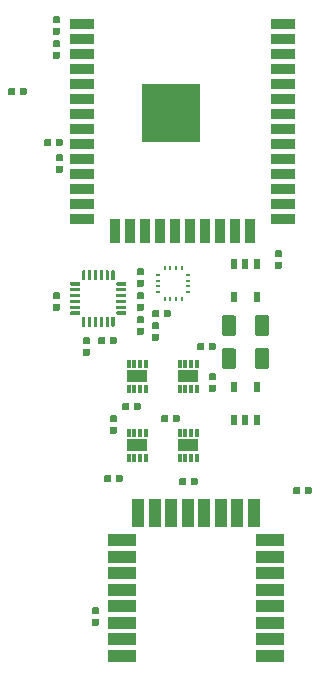
<source format=gtp>
G04 #@! TF.GenerationSoftware,KiCad,Pcbnew,(5.1.5)-3*
G04 #@! TF.CreationDate,2021-07-14T18:19:22-04:00*
G04 #@! TF.ProjectId,MotorDriver,4d6f746f-7244-4726-9976-65722e6b6963,rev?*
G04 #@! TF.SameCoordinates,Original*
G04 #@! TF.FileFunction,Paste,Top*
G04 #@! TF.FilePolarity,Positive*
%FSLAX46Y46*%
G04 Gerber Fmt 4.6, Leading zero omitted, Abs format (unit mm)*
G04 Created by KiCad (PCBNEW (5.1.5)-3) date 2021-07-14 18:19:22*
%MOMM*%
%LPD*%
G04 APERTURE LIST*
%ADD10C,0.100000*%
%ADD11R,0.508000X0.972299*%
%ADD12R,0.260000X0.450000*%
%ADD13R,0.450000X0.260000*%
%ADD14R,1.700000X1.000000*%
%ADD15R,0.300000X0.700000*%
%ADD16R,2.450000X1.000000*%
%ADD17R,1.000000X2.450000*%
%ADD18R,2.000000X0.900000*%
%ADD19R,0.900000X2.000000*%
%ADD20R,5.000000X5.000000*%
G04 APERTURE END LIST*
D10*
G36*
X138568958Y-88072710D02*
G01*
X138583276Y-88074834D01*
X138597317Y-88078351D01*
X138610946Y-88083228D01*
X138624031Y-88089417D01*
X138636447Y-88096858D01*
X138648073Y-88105481D01*
X138658798Y-88115202D01*
X138668519Y-88125927D01*
X138677142Y-88137553D01*
X138684583Y-88149969D01*
X138690772Y-88163054D01*
X138695649Y-88176683D01*
X138699166Y-88190724D01*
X138701290Y-88205042D01*
X138702000Y-88219500D01*
X138702000Y-88564500D01*
X138701290Y-88578958D01*
X138699166Y-88593276D01*
X138695649Y-88607317D01*
X138690772Y-88620946D01*
X138684583Y-88634031D01*
X138677142Y-88646447D01*
X138668519Y-88658073D01*
X138658798Y-88668798D01*
X138648073Y-88678519D01*
X138636447Y-88687142D01*
X138624031Y-88694583D01*
X138610946Y-88700772D01*
X138597317Y-88705649D01*
X138583276Y-88709166D01*
X138568958Y-88711290D01*
X138554500Y-88712000D01*
X138259500Y-88712000D01*
X138245042Y-88711290D01*
X138230724Y-88709166D01*
X138216683Y-88705649D01*
X138203054Y-88700772D01*
X138189969Y-88694583D01*
X138177553Y-88687142D01*
X138165927Y-88678519D01*
X138155202Y-88668798D01*
X138145481Y-88658073D01*
X138136858Y-88646447D01*
X138129417Y-88634031D01*
X138123228Y-88620946D01*
X138118351Y-88607317D01*
X138114834Y-88593276D01*
X138112710Y-88578958D01*
X138112000Y-88564500D01*
X138112000Y-88219500D01*
X138112710Y-88205042D01*
X138114834Y-88190724D01*
X138118351Y-88176683D01*
X138123228Y-88163054D01*
X138129417Y-88149969D01*
X138136858Y-88137553D01*
X138145481Y-88125927D01*
X138155202Y-88115202D01*
X138165927Y-88105481D01*
X138177553Y-88096858D01*
X138189969Y-88089417D01*
X138203054Y-88083228D01*
X138216683Y-88078351D01*
X138230724Y-88074834D01*
X138245042Y-88072710D01*
X138259500Y-88072000D01*
X138554500Y-88072000D01*
X138568958Y-88072710D01*
G37*
G36*
X137598958Y-88072710D02*
G01*
X137613276Y-88074834D01*
X137627317Y-88078351D01*
X137640946Y-88083228D01*
X137654031Y-88089417D01*
X137666447Y-88096858D01*
X137678073Y-88105481D01*
X137688798Y-88115202D01*
X137698519Y-88125927D01*
X137707142Y-88137553D01*
X137714583Y-88149969D01*
X137720772Y-88163054D01*
X137725649Y-88176683D01*
X137729166Y-88190724D01*
X137731290Y-88205042D01*
X137732000Y-88219500D01*
X137732000Y-88564500D01*
X137731290Y-88578958D01*
X137729166Y-88593276D01*
X137725649Y-88607317D01*
X137720772Y-88620946D01*
X137714583Y-88634031D01*
X137707142Y-88646447D01*
X137698519Y-88658073D01*
X137688798Y-88668798D01*
X137678073Y-88678519D01*
X137666447Y-88687142D01*
X137654031Y-88694583D01*
X137640946Y-88700772D01*
X137627317Y-88705649D01*
X137613276Y-88709166D01*
X137598958Y-88711290D01*
X137584500Y-88712000D01*
X137289500Y-88712000D01*
X137275042Y-88711290D01*
X137260724Y-88709166D01*
X137246683Y-88705649D01*
X137233054Y-88700772D01*
X137219969Y-88694583D01*
X137207553Y-88687142D01*
X137195927Y-88678519D01*
X137185202Y-88668798D01*
X137175481Y-88658073D01*
X137166858Y-88646447D01*
X137159417Y-88634031D01*
X137153228Y-88620946D01*
X137148351Y-88607317D01*
X137144834Y-88593276D01*
X137142710Y-88578958D01*
X137142000Y-88564500D01*
X137142000Y-88219500D01*
X137142710Y-88205042D01*
X137144834Y-88190724D01*
X137148351Y-88176683D01*
X137153228Y-88163054D01*
X137159417Y-88149969D01*
X137166858Y-88137553D01*
X137175481Y-88125927D01*
X137185202Y-88115202D01*
X137195927Y-88105481D01*
X137207553Y-88096858D01*
X137219969Y-88089417D01*
X137233054Y-88083228D01*
X137246683Y-88078351D01*
X137260724Y-88074834D01*
X137275042Y-88072710D01*
X137289500Y-88072000D01*
X137584500Y-88072000D01*
X137598958Y-88072710D01*
G37*
G36*
X138616958Y-89390710D02*
G01*
X138631276Y-89392834D01*
X138645317Y-89396351D01*
X138658946Y-89401228D01*
X138672031Y-89407417D01*
X138684447Y-89414858D01*
X138696073Y-89423481D01*
X138706798Y-89433202D01*
X138716519Y-89443927D01*
X138725142Y-89455553D01*
X138732583Y-89467969D01*
X138738772Y-89481054D01*
X138743649Y-89494683D01*
X138747166Y-89508724D01*
X138749290Y-89523042D01*
X138750000Y-89537500D01*
X138750000Y-89832500D01*
X138749290Y-89846958D01*
X138747166Y-89861276D01*
X138743649Y-89875317D01*
X138738772Y-89888946D01*
X138732583Y-89902031D01*
X138725142Y-89914447D01*
X138716519Y-89926073D01*
X138706798Y-89936798D01*
X138696073Y-89946519D01*
X138684447Y-89955142D01*
X138672031Y-89962583D01*
X138658946Y-89968772D01*
X138645317Y-89973649D01*
X138631276Y-89977166D01*
X138616958Y-89979290D01*
X138602500Y-89980000D01*
X138257500Y-89980000D01*
X138243042Y-89979290D01*
X138228724Y-89977166D01*
X138214683Y-89973649D01*
X138201054Y-89968772D01*
X138187969Y-89962583D01*
X138175553Y-89955142D01*
X138163927Y-89946519D01*
X138153202Y-89936798D01*
X138143481Y-89926073D01*
X138134858Y-89914447D01*
X138127417Y-89902031D01*
X138121228Y-89888946D01*
X138116351Y-89875317D01*
X138112834Y-89861276D01*
X138110710Y-89846958D01*
X138110000Y-89832500D01*
X138110000Y-89537500D01*
X138110710Y-89523042D01*
X138112834Y-89508724D01*
X138116351Y-89494683D01*
X138121228Y-89481054D01*
X138127417Y-89467969D01*
X138134858Y-89455553D01*
X138143481Y-89443927D01*
X138153202Y-89433202D01*
X138163927Y-89423481D01*
X138175553Y-89414858D01*
X138187969Y-89407417D01*
X138201054Y-89401228D01*
X138214683Y-89396351D01*
X138228724Y-89392834D01*
X138243042Y-89390710D01*
X138257500Y-89390000D01*
X138602500Y-89390000D01*
X138616958Y-89390710D01*
G37*
G36*
X138616958Y-90360710D02*
G01*
X138631276Y-90362834D01*
X138645317Y-90366351D01*
X138658946Y-90371228D01*
X138672031Y-90377417D01*
X138684447Y-90384858D01*
X138696073Y-90393481D01*
X138706798Y-90403202D01*
X138716519Y-90413927D01*
X138725142Y-90425553D01*
X138732583Y-90437969D01*
X138738772Y-90451054D01*
X138743649Y-90464683D01*
X138747166Y-90478724D01*
X138749290Y-90493042D01*
X138750000Y-90507500D01*
X138750000Y-90802500D01*
X138749290Y-90816958D01*
X138747166Y-90831276D01*
X138743649Y-90845317D01*
X138738772Y-90858946D01*
X138732583Y-90872031D01*
X138725142Y-90884447D01*
X138716519Y-90896073D01*
X138706798Y-90906798D01*
X138696073Y-90916519D01*
X138684447Y-90925142D01*
X138672031Y-90932583D01*
X138658946Y-90938772D01*
X138645317Y-90943649D01*
X138631276Y-90947166D01*
X138616958Y-90949290D01*
X138602500Y-90950000D01*
X138257500Y-90950000D01*
X138243042Y-90949290D01*
X138228724Y-90947166D01*
X138214683Y-90943649D01*
X138201054Y-90938772D01*
X138187969Y-90932583D01*
X138175553Y-90925142D01*
X138163927Y-90916519D01*
X138153202Y-90906798D01*
X138143481Y-90896073D01*
X138134858Y-90884447D01*
X138127417Y-90872031D01*
X138121228Y-90858946D01*
X138116351Y-90845317D01*
X138112834Y-90831276D01*
X138110710Y-90816958D01*
X138110000Y-90802500D01*
X138110000Y-90507500D01*
X138110710Y-90493042D01*
X138112834Y-90478724D01*
X138116351Y-90464683D01*
X138121228Y-90451054D01*
X138127417Y-90437969D01*
X138134858Y-90425553D01*
X138143481Y-90413927D01*
X138153202Y-90403202D01*
X138163927Y-90393481D01*
X138175553Y-90384858D01*
X138187969Y-90377417D01*
X138201054Y-90371228D01*
X138214683Y-90366351D01*
X138228724Y-90362834D01*
X138243042Y-90360710D01*
X138257500Y-90360000D01*
X138602500Y-90360000D01*
X138616958Y-90360710D01*
G37*
G36*
X145172958Y-110424710D02*
G01*
X145187276Y-110426834D01*
X145201317Y-110430351D01*
X145214946Y-110435228D01*
X145228031Y-110441417D01*
X145240447Y-110448858D01*
X145252073Y-110457481D01*
X145262798Y-110467202D01*
X145272519Y-110477927D01*
X145281142Y-110489553D01*
X145288583Y-110501969D01*
X145294772Y-110515054D01*
X145299649Y-110528683D01*
X145303166Y-110542724D01*
X145305290Y-110557042D01*
X145306000Y-110571500D01*
X145306000Y-110916500D01*
X145305290Y-110930958D01*
X145303166Y-110945276D01*
X145299649Y-110959317D01*
X145294772Y-110972946D01*
X145288583Y-110986031D01*
X145281142Y-110998447D01*
X145272519Y-111010073D01*
X145262798Y-111020798D01*
X145252073Y-111030519D01*
X145240447Y-111039142D01*
X145228031Y-111046583D01*
X145214946Y-111052772D01*
X145201317Y-111057649D01*
X145187276Y-111061166D01*
X145172958Y-111063290D01*
X145158500Y-111064000D01*
X144863500Y-111064000D01*
X144849042Y-111063290D01*
X144834724Y-111061166D01*
X144820683Y-111057649D01*
X144807054Y-111052772D01*
X144793969Y-111046583D01*
X144781553Y-111039142D01*
X144769927Y-111030519D01*
X144759202Y-111020798D01*
X144749481Y-111010073D01*
X144740858Y-110998447D01*
X144733417Y-110986031D01*
X144727228Y-110972946D01*
X144722351Y-110959317D01*
X144718834Y-110945276D01*
X144716710Y-110930958D01*
X144716000Y-110916500D01*
X144716000Y-110571500D01*
X144716710Y-110557042D01*
X144718834Y-110542724D01*
X144722351Y-110528683D01*
X144727228Y-110515054D01*
X144733417Y-110501969D01*
X144740858Y-110489553D01*
X144749481Y-110477927D01*
X144759202Y-110467202D01*
X144769927Y-110457481D01*
X144781553Y-110448858D01*
X144793969Y-110441417D01*
X144807054Y-110435228D01*
X144820683Y-110430351D01*
X144834724Y-110426834D01*
X144849042Y-110424710D01*
X144863500Y-110424000D01*
X145158500Y-110424000D01*
X145172958Y-110424710D01*
G37*
G36*
X144202958Y-110424710D02*
G01*
X144217276Y-110426834D01*
X144231317Y-110430351D01*
X144244946Y-110435228D01*
X144258031Y-110441417D01*
X144270447Y-110448858D01*
X144282073Y-110457481D01*
X144292798Y-110467202D01*
X144302519Y-110477927D01*
X144311142Y-110489553D01*
X144318583Y-110501969D01*
X144324772Y-110515054D01*
X144329649Y-110528683D01*
X144333166Y-110542724D01*
X144335290Y-110557042D01*
X144336000Y-110571500D01*
X144336000Y-110916500D01*
X144335290Y-110930958D01*
X144333166Y-110945276D01*
X144329649Y-110959317D01*
X144324772Y-110972946D01*
X144318583Y-110986031D01*
X144311142Y-110998447D01*
X144302519Y-111010073D01*
X144292798Y-111020798D01*
X144282073Y-111030519D01*
X144270447Y-111039142D01*
X144258031Y-111046583D01*
X144244946Y-111052772D01*
X144231317Y-111057649D01*
X144217276Y-111061166D01*
X144202958Y-111063290D01*
X144188500Y-111064000D01*
X143893500Y-111064000D01*
X143879042Y-111063290D01*
X143864724Y-111061166D01*
X143850683Y-111057649D01*
X143837054Y-111052772D01*
X143823969Y-111046583D01*
X143811553Y-111039142D01*
X143799927Y-111030519D01*
X143789202Y-111020798D01*
X143779481Y-111010073D01*
X143770858Y-110998447D01*
X143763417Y-110986031D01*
X143757228Y-110972946D01*
X143752351Y-110959317D01*
X143748834Y-110945276D01*
X143746710Y-110930958D01*
X143746000Y-110916500D01*
X143746000Y-110571500D01*
X143746710Y-110557042D01*
X143748834Y-110542724D01*
X143752351Y-110528683D01*
X143757228Y-110515054D01*
X143763417Y-110501969D01*
X143770858Y-110489553D01*
X143779481Y-110477927D01*
X143789202Y-110467202D01*
X143799927Y-110457481D01*
X143811553Y-110448858D01*
X143823969Y-110441417D01*
X143837054Y-110435228D01*
X143850683Y-110430351D01*
X143864724Y-110426834D01*
X143879042Y-110424710D01*
X143893500Y-110424000D01*
X144188500Y-110424000D01*
X144202958Y-110424710D01*
G37*
G36*
X151570958Y-108902710D02*
G01*
X151585276Y-108904834D01*
X151599317Y-108908351D01*
X151612946Y-108913228D01*
X151626031Y-108919417D01*
X151638447Y-108926858D01*
X151650073Y-108935481D01*
X151660798Y-108945202D01*
X151670519Y-108955927D01*
X151679142Y-108967553D01*
X151686583Y-108979969D01*
X151692772Y-108993054D01*
X151697649Y-109006683D01*
X151701166Y-109020724D01*
X151703290Y-109035042D01*
X151704000Y-109049500D01*
X151704000Y-109344500D01*
X151703290Y-109358958D01*
X151701166Y-109373276D01*
X151697649Y-109387317D01*
X151692772Y-109400946D01*
X151686583Y-109414031D01*
X151679142Y-109426447D01*
X151670519Y-109438073D01*
X151660798Y-109448798D01*
X151650073Y-109458519D01*
X151638447Y-109467142D01*
X151626031Y-109474583D01*
X151612946Y-109480772D01*
X151599317Y-109485649D01*
X151585276Y-109489166D01*
X151570958Y-109491290D01*
X151556500Y-109492000D01*
X151211500Y-109492000D01*
X151197042Y-109491290D01*
X151182724Y-109489166D01*
X151168683Y-109485649D01*
X151155054Y-109480772D01*
X151141969Y-109474583D01*
X151129553Y-109467142D01*
X151117927Y-109458519D01*
X151107202Y-109448798D01*
X151097481Y-109438073D01*
X151088858Y-109426447D01*
X151081417Y-109414031D01*
X151075228Y-109400946D01*
X151070351Y-109387317D01*
X151066834Y-109373276D01*
X151064710Y-109358958D01*
X151064000Y-109344500D01*
X151064000Y-109049500D01*
X151064710Y-109035042D01*
X151066834Y-109020724D01*
X151070351Y-109006683D01*
X151075228Y-108993054D01*
X151081417Y-108979969D01*
X151088858Y-108967553D01*
X151097481Y-108955927D01*
X151107202Y-108945202D01*
X151117927Y-108935481D01*
X151129553Y-108926858D01*
X151141969Y-108919417D01*
X151155054Y-108913228D01*
X151168683Y-108908351D01*
X151182724Y-108904834D01*
X151197042Y-108902710D01*
X151211500Y-108902000D01*
X151556500Y-108902000D01*
X151570958Y-108902710D01*
G37*
G36*
X151570958Y-107932710D02*
G01*
X151585276Y-107934834D01*
X151599317Y-107938351D01*
X151612946Y-107943228D01*
X151626031Y-107949417D01*
X151638447Y-107956858D01*
X151650073Y-107965481D01*
X151660798Y-107975202D01*
X151670519Y-107985927D01*
X151679142Y-107997553D01*
X151686583Y-108009969D01*
X151692772Y-108023054D01*
X151697649Y-108036683D01*
X151701166Y-108050724D01*
X151703290Y-108065042D01*
X151704000Y-108079500D01*
X151704000Y-108374500D01*
X151703290Y-108388958D01*
X151701166Y-108403276D01*
X151697649Y-108417317D01*
X151692772Y-108430946D01*
X151686583Y-108444031D01*
X151679142Y-108456447D01*
X151670519Y-108468073D01*
X151660798Y-108478798D01*
X151650073Y-108488519D01*
X151638447Y-108497142D01*
X151626031Y-108504583D01*
X151612946Y-108510772D01*
X151599317Y-108515649D01*
X151585276Y-108519166D01*
X151570958Y-108521290D01*
X151556500Y-108522000D01*
X151211500Y-108522000D01*
X151197042Y-108521290D01*
X151182724Y-108519166D01*
X151168683Y-108515649D01*
X151155054Y-108510772D01*
X151141969Y-108504583D01*
X151129553Y-108497142D01*
X151117927Y-108488519D01*
X151107202Y-108478798D01*
X151097481Y-108468073D01*
X151088858Y-108456447D01*
X151081417Y-108444031D01*
X151075228Y-108430946D01*
X151070351Y-108417317D01*
X151066834Y-108403276D01*
X151064710Y-108388958D01*
X151064000Y-108374500D01*
X151064000Y-108079500D01*
X151064710Y-108065042D01*
X151066834Y-108050724D01*
X151070351Y-108036683D01*
X151075228Y-108023054D01*
X151081417Y-108009969D01*
X151088858Y-107997553D01*
X151097481Y-107985927D01*
X151107202Y-107975202D01*
X151117927Y-107965481D01*
X151129553Y-107956858D01*
X151141969Y-107949417D01*
X151155054Y-107943228D01*
X151168683Y-107938351D01*
X151182724Y-107934834D01*
X151197042Y-107932710D01*
X151211500Y-107932000D01*
X151556500Y-107932000D01*
X151570958Y-107932710D01*
G37*
G36*
X148474958Y-111440710D02*
G01*
X148489276Y-111442834D01*
X148503317Y-111446351D01*
X148516946Y-111451228D01*
X148530031Y-111457417D01*
X148542447Y-111464858D01*
X148554073Y-111473481D01*
X148564798Y-111483202D01*
X148574519Y-111493927D01*
X148583142Y-111505553D01*
X148590583Y-111517969D01*
X148596772Y-111531054D01*
X148601649Y-111544683D01*
X148605166Y-111558724D01*
X148607290Y-111573042D01*
X148608000Y-111587500D01*
X148608000Y-111932500D01*
X148607290Y-111946958D01*
X148605166Y-111961276D01*
X148601649Y-111975317D01*
X148596772Y-111988946D01*
X148590583Y-112002031D01*
X148583142Y-112014447D01*
X148574519Y-112026073D01*
X148564798Y-112036798D01*
X148554073Y-112046519D01*
X148542447Y-112055142D01*
X148530031Y-112062583D01*
X148516946Y-112068772D01*
X148503317Y-112073649D01*
X148489276Y-112077166D01*
X148474958Y-112079290D01*
X148460500Y-112080000D01*
X148165500Y-112080000D01*
X148151042Y-112079290D01*
X148136724Y-112077166D01*
X148122683Y-112073649D01*
X148109054Y-112068772D01*
X148095969Y-112062583D01*
X148083553Y-112055142D01*
X148071927Y-112046519D01*
X148061202Y-112036798D01*
X148051481Y-112026073D01*
X148042858Y-112014447D01*
X148035417Y-112002031D01*
X148029228Y-111988946D01*
X148024351Y-111975317D01*
X148020834Y-111961276D01*
X148018710Y-111946958D01*
X148018000Y-111932500D01*
X148018000Y-111587500D01*
X148018710Y-111573042D01*
X148020834Y-111558724D01*
X148024351Y-111544683D01*
X148029228Y-111531054D01*
X148035417Y-111517969D01*
X148042858Y-111505553D01*
X148051481Y-111493927D01*
X148061202Y-111483202D01*
X148071927Y-111473481D01*
X148083553Y-111464858D01*
X148095969Y-111457417D01*
X148109054Y-111451228D01*
X148122683Y-111446351D01*
X148136724Y-111442834D01*
X148151042Y-111440710D01*
X148165500Y-111440000D01*
X148460500Y-111440000D01*
X148474958Y-111440710D01*
G37*
G36*
X147504958Y-111440710D02*
G01*
X147519276Y-111442834D01*
X147533317Y-111446351D01*
X147546946Y-111451228D01*
X147560031Y-111457417D01*
X147572447Y-111464858D01*
X147584073Y-111473481D01*
X147594798Y-111483202D01*
X147604519Y-111493927D01*
X147613142Y-111505553D01*
X147620583Y-111517969D01*
X147626772Y-111531054D01*
X147631649Y-111544683D01*
X147635166Y-111558724D01*
X147637290Y-111573042D01*
X147638000Y-111587500D01*
X147638000Y-111932500D01*
X147637290Y-111946958D01*
X147635166Y-111961276D01*
X147631649Y-111975317D01*
X147626772Y-111988946D01*
X147620583Y-112002031D01*
X147613142Y-112014447D01*
X147604519Y-112026073D01*
X147594798Y-112036798D01*
X147584073Y-112046519D01*
X147572447Y-112055142D01*
X147560031Y-112062583D01*
X147546946Y-112068772D01*
X147533317Y-112073649D01*
X147519276Y-112077166D01*
X147504958Y-112079290D01*
X147490500Y-112080000D01*
X147195500Y-112080000D01*
X147181042Y-112079290D01*
X147166724Y-112077166D01*
X147152683Y-112073649D01*
X147139054Y-112068772D01*
X147125969Y-112062583D01*
X147113553Y-112055142D01*
X147101927Y-112046519D01*
X147091202Y-112036798D01*
X147081481Y-112026073D01*
X147072858Y-112014447D01*
X147065417Y-112002031D01*
X147059228Y-111988946D01*
X147054351Y-111975317D01*
X147050834Y-111961276D01*
X147048710Y-111946958D01*
X147048000Y-111932500D01*
X147048000Y-111587500D01*
X147048710Y-111573042D01*
X147050834Y-111558724D01*
X147054351Y-111544683D01*
X147059228Y-111531054D01*
X147065417Y-111517969D01*
X147072858Y-111505553D01*
X147081481Y-111493927D01*
X147091202Y-111483202D01*
X147101927Y-111473481D01*
X147113553Y-111464858D01*
X147125969Y-111457417D01*
X147139054Y-111451228D01*
X147152683Y-111446351D01*
X147166724Y-111442834D01*
X147181042Y-111440710D01*
X147195500Y-111440000D01*
X147490500Y-111440000D01*
X147504958Y-111440710D01*
G37*
G36*
X143188958Y-112458710D02*
G01*
X143203276Y-112460834D01*
X143217317Y-112464351D01*
X143230946Y-112469228D01*
X143244031Y-112475417D01*
X143256447Y-112482858D01*
X143268073Y-112491481D01*
X143278798Y-112501202D01*
X143288519Y-112511927D01*
X143297142Y-112523553D01*
X143304583Y-112535969D01*
X143310772Y-112549054D01*
X143315649Y-112562683D01*
X143319166Y-112576724D01*
X143321290Y-112591042D01*
X143322000Y-112605500D01*
X143322000Y-112900500D01*
X143321290Y-112914958D01*
X143319166Y-112929276D01*
X143315649Y-112943317D01*
X143310772Y-112956946D01*
X143304583Y-112970031D01*
X143297142Y-112982447D01*
X143288519Y-112994073D01*
X143278798Y-113004798D01*
X143268073Y-113014519D01*
X143256447Y-113023142D01*
X143244031Y-113030583D01*
X143230946Y-113036772D01*
X143217317Y-113041649D01*
X143203276Y-113045166D01*
X143188958Y-113047290D01*
X143174500Y-113048000D01*
X142829500Y-113048000D01*
X142815042Y-113047290D01*
X142800724Y-113045166D01*
X142786683Y-113041649D01*
X142773054Y-113036772D01*
X142759969Y-113030583D01*
X142747553Y-113023142D01*
X142735927Y-113014519D01*
X142725202Y-113004798D01*
X142715481Y-112994073D01*
X142706858Y-112982447D01*
X142699417Y-112970031D01*
X142693228Y-112956946D01*
X142688351Y-112943317D01*
X142684834Y-112929276D01*
X142682710Y-112914958D01*
X142682000Y-112900500D01*
X142682000Y-112605500D01*
X142682710Y-112591042D01*
X142684834Y-112576724D01*
X142688351Y-112562683D01*
X142693228Y-112549054D01*
X142699417Y-112535969D01*
X142706858Y-112523553D01*
X142715481Y-112511927D01*
X142725202Y-112501202D01*
X142735927Y-112491481D01*
X142747553Y-112482858D01*
X142759969Y-112475417D01*
X142773054Y-112469228D01*
X142786683Y-112464351D01*
X142800724Y-112460834D01*
X142815042Y-112458710D01*
X142829500Y-112458000D01*
X143174500Y-112458000D01*
X143188958Y-112458710D01*
G37*
G36*
X143188958Y-111488710D02*
G01*
X143203276Y-111490834D01*
X143217317Y-111494351D01*
X143230946Y-111499228D01*
X143244031Y-111505417D01*
X143256447Y-111512858D01*
X143268073Y-111521481D01*
X143278798Y-111531202D01*
X143288519Y-111541927D01*
X143297142Y-111553553D01*
X143304583Y-111565969D01*
X143310772Y-111579054D01*
X143315649Y-111592683D01*
X143319166Y-111606724D01*
X143321290Y-111621042D01*
X143322000Y-111635500D01*
X143322000Y-111930500D01*
X143321290Y-111944958D01*
X143319166Y-111959276D01*
X143315649Y-111973317D01*
X143310772Y-111986946D01*
X143304583Y-112000031D01*
X143297142Y-112012447D01*
X143288519Y-112024073D01*
X143278798Y-112034798D01*
X143268073Y-112044519D01*
X143256447Y-112053142D01*
X143244031Y-112060583D01*
X143230946Y-112066772D01*
X143217317Y-112071649D01*
X143203276Y-112075166D01*
X143188958Y-112077290D01*
X143174500Y-112078000D01*
X142829500Y-112078000D01*
X142815042Y-112077290D01*
X142800724Y-112075166D01*
X142786683Y-112071649D01*
X142773054Y-112066772D01*
X142759969Y-112060583D01*
X142747553Y-112053142D01*
X142735927Y-112044519D01*
X142725202Y-112034798D01*
X142715481Y-112024073D01*
X142706858Y-112012447D01*
X142699417Y-112000031D01*
X142693228Y-111986946D01*
X142688351Y-111973317D01*
X142684834Y-111959276D01*
X142682710Y-111944958D01*
X142682000Y-111930500D01*
X142682000Y-111635500D01*
X142682710Y-111621042D01*
X142684834Y-111606724D01*
X142688351Y-111592683D01*
X142693228Y-111579054D01*
X142699417Y-111565969D01*
X142706858Y-111553553D01*
X142715481Y-111541927D01*
X142725202Y-111531202D01*
X142735927Y-111521481D01*
X142747553Y-111512858D01*
X142759969Y-111505417D01*
X142773054Y-111499228D01*
X142786683Y-111494351D01*
X142800724Y-111490834D01*
X142815042Y-111488710D01*
X142829500Y-111488000D01*
X143174500Y-111488000D01*
X143188958Y-111488710D01*
G37*
G36*
X150552958Y-105344710D02*
G01*
X150567276Y-105346834D01*
X150581317Y-105350351D01*
X150594946Y-105355228D01*
X150608031Y-105361417D01*
X150620447Y-105368858D01*
X150632073Y-105377481D01*
X150642798Y-105387202D01*
X150652519Y-105397927D01*
X150661142Y-105409553D01*
X150668583Y-105421969D01*
X150674772Y-105435054D01*
X150679649Y-105448683D01*
X150683166Y-105462724D01*
X150685290Y-105477042D01*
X150686000Y-105491500D01*
X150686000Y-105836500D01*
X150685290Y-105850958D01*
X150683166Y-105865276D01*
X150679649Y-105879317D01*
X150674772Y-105892946D01*
X150668583Y-105906031D01*
X150661142Y-105918447D01*
X150652519Y-105930073D01*
X150642798Y-105940798D01*
X150632073Y-105950519D01*
X150620447Y-105959142D01*
X150608031Y-105966583D01*
X150594946Y-105972772D01*
X150581317Y-105977649D01*
X150567276Y-105981166D01*
X150552958Y-105983290D01*
X150538500Y-105984000D01*
X150243500Y-105984000D01*
X150229042Y-105983290D01*
X150214724Y-105981166D01*
X150200683Y-105977649D01*
X150187054Y-105972772D01*
X150173969Y-105966583D01*
X150161553Y-105959142D01*
X150149927Y-105950519D01*
X150139202Y-105940798D01*
X150129481Y-105930073D01*
X150120858Y-105918447D01*
X150113417Y-105906031D01*
X150107228Y-105892946D01*
X150102351Y-105879317D01*
X150098834Y-105865276D01*
X150096710Y-105850958D01*
X150096000Y-105836500D01*
X150096000Y-105491500D01*
X150096710Y-105477042D01*
X150098834Y-105462724D01*
X150102351Y-105448683D01*
X150107228Y-105435054D01*
X150113417Y-105421969D01*
X150120858Y-105409553D01*
X150129481Y-105397927D01*
X150139202Y-105387202D01*
X150149927Y-105377481D01*
X150161553Y-105368858D01*
X150173969Y-105361417D01*
X150187054Y-105355228D01*
X150200683Y-105350351D01*
X150214724Y-105346834D01*
X150229042Y-105344710D01*
X150243500Y-105344000D01*
X150538500Y-105344000D01*
X150552958Y-105344710D01*
G37*
G36*
X151522958Y-105344710D02*
G01*
X151537276Y-105346834D01*
X151551317Y-105350351D01*
X151564946Y-105355228D01*
X151578031Y-105361417D01*
X151590447Y-105368858D01*
X151602073Y-105377481D01*
X151612798Y-105387202D01*
X151622519Y-105397927D01*
X151631142Y-105409553D01*
X151638583Y-105421969D01*
X151644772Y-105435054D01*
X151649649Y-105448683D01*
X151653166Y-105462724D01*
X151655290Y-105477042D01*
X151656000Y-105491500D01*
X151656000Y-105836500D01*
X151655290Y-105850958D01*
X151653166Y-105865276D01*
X151649649Y-105879317D01*
X151644772Y-105892946D01*
X151638583Y-105906031D01*
X151631142Y-105918447D01*
X151622519Y-105930073D01*
X151612798Y-105940798D01*
X151602073Y-105950519D01*
X151590447Y-105959142D01*
X151578031Y-105966583D01*
X151564946Y-105972772D01*
X151551317Y-105977649D01*
X151537276Y-105981166D01*
X151522958Y-105983290D01*
X151508500Y-105984000D01*
X151213500Y-105984000D01*
X151199042Y-105983290D01*
X151184724Y-105981166D01*
X151170683Y-105977649D01*
X151157054Y-105972772D01*
X151143969Y-105966583D01*
X151131553Y-105959142D01*
X151119927Y-105950519D01*
X151109202Y-105940798D01*
X151099481Y-105930073D01*
X151090858Y-105918447D01*
X151083417Y-105906031D01*
X151077228Y-105892946D01*
X151072351Y-105879317D01*
X151068834Y-105865276D01*
X151066710Y-105850958D01*
X151066000Y-105836500D01*
X151066000Y-105491500D01*
X151066710Y-105477042D01*
X151068834Y-105462724D01*
X151072351Y-105448683D01*
X151077228Y-105435054D01*
X151083417Y-105421969D01*
X151090858Y-105409553D01*
X151099481Y-105397927D01*
X151109202Y-105387202D01*
X151119927Y-105377481D01*
X151131553Y-105368858D01*
X151143969Y-105361417D01*
X151157054Y-105355228D01*
X151170683Y-105350351D01*
X151184724Y-105346834D01*
X151199042Y-105344710D01*
X151213500Y-105344000D01*
X151508500Y-105344000D01*
X151522958Y-105344710D01*
G37*
G36*
X143648958Y-116520710D02*
G01*
X143663276Y-116522834D01*
X143677317Y-116526351D01*
X143690946Y-116531228D01*
X143704031Y-116537417D01*
X143716447Y-116544858D01*
X143728073Y-116553481D01*
X143738798Y-116563202D01*
X143748519Y-116573927D01*
X143757142Y-116585553D01*
X143764583Y-116597969D01*
X143770772Y-116611054D01*
X143775649Y-116624683D01*
X143779166Y-116638724D01*
X143781290Y-116653042D01*
X143782000Y-116667500D01*
X143782000Y-117012500D01*
X143781290Y-117026958D01*
X143779166Y-117041276D01*
X143775649Y-117055317D01*
X143770772Y-117068946D01*
X143764583Y-117082031D01*
X143757142Y-117094447D01*
X143748519Y-117106073D01*
X143738798Y-117116798D01*
X143728073Y-117126519D01*
X143716447Y-117135142D01*
X143704031Y-117142583D01*
X143690946Y-117148772D01*
X143677317Y-117153649D01*
X143663276Y-117157166D01*
X143648958Y-117159290D01*
X143634500Y-117160000D01*
X143339500Y-117160000D01*
X143325042Y-117159290D01*
X143310724Y-117157166D01*
X143296683Y-117153649D01*
X143283054Y-117148772D01*
X143269969Y-117142583D01*
X143257553Y-117135142D01*
X143245927Y-117126519D01*
X143235202Y-117116798D01*
X143225481Y-117106073D01*
X143216858Y-117094447D01*
X143209417Y-117082031D01*
X143203228Y-117068946D01*
X143198351Y-117055317D01*
X143194834Y-117041276D01*
X143192710Y-117026958D01*
X143192000Y-117012500D01*
X143192000Y-116667500D01*
X143192710Y-116653042D01*
X143194834Y-116638724D01*
X143198351Y-116624683D01*
X143203228Y-116611054D01*
X143209417Y-116597969D01*
X143216858Y-116585553D01*
X143225481Y-116573927D01*
X143235202Y-116563202D01*
X143245927Y-116553481D01*
X143257553Y-116544858D01*
X143269969Y-116537417D01*
X143283054Y-116531228D01*
X143296683Y-116526351D01*
X143310724Y-116522834D01*
X143325042Y-116520710D01*
X143339500Y-116520000D01*
X143634500Y-116520000D01*
X143648958Y-116520710D01*
G37*
G36*
X142678958Y-116520710D02*
G01*
X142693276Y-116522834D01*
X142707317Y-116526351D01*
X142720946Y-116531228D01*
X142734031Y-116537417D01*
X142746447Y-116544858D01*
X142758073Y-116553481D01*
X142768798Y-116563202D01*
X142778519Y-116573927D01*
X142787142Y-116585553D01*
X142794583Y-116597969D01*
X142800772Y-116611054D01*
X142805649Y-116624683D01*
X142809166Y-116638724D01*
X142811290Y-116653042D01*
X142812000Y-116667500D01*
X142812000Y-117012500D01*
X142811290Y-117026958D01*
X142809166Y-117041276D01*
X142805649Y-117055317D01*
X142800772Y-117068946D01*
X142794583Y-117082031D01*
X142787142Y-117094447D01*
X142778519Y-117106073D01*
X142768798Y-117116798D01*
X142758073Y-117126519D01*
X142746447Y-117135142D01*
X142734031Y-117142583D01*
X142720946Y-117148772D01*
X142707317Y-117153649D01*
X142693276Y-117157166D01*
X142678958Y-117159290D01*
X142664500Y-117160000D01*
X142369500Y-117160000D01*
X142355042Y-117159290D01*
X142340724Y-117157166D01*
X142326683Y-117153649D01*
X142313054Y-117148772D01*
X142299969Y-117142583D01*
X142287553Y-117135142D01*
X142275927Y-117126519D01*
X142265202Y-117116798D01*
X142255481Y-117106073D01*
X142246858Y-117094447D01*
X142239417Y-117082031D01*
X142233228Y-117068946D01*
X142228351Y-117055317D01*
X142224834Y-117041276D01*
X142222710Y-117026958D01*
X142222000Y-117012500D01*
X142222000Y-116667500D01*
X142222710Y-116653042D01*
X142224834Y-116638724D01*
X142228351Y-116624683D01*
X142233228Y-116611054D01*
X142239417Y-116597969D01*
X142246858Y-116585553D01*
X142255481Y-116573927D01*
X142265202Y-116563202D01*
X142275927Y-116553481D01*
X142287553Y-116544858D01*
X142299969Y-116537417D01*
X142313054Y-116531228D01*
X142326683Y-116526351D01*
X142340724Y-116522834D01*
X142355042Y-116520710D01*
X142369500Y-116520000D01*
X142664500Y-116520000D01*
X142678958Y-116520710D01*
G37*
G36*
X146744958Y-104584710D02*
G01*
X146759276Y-104586834D01*
X146773317Y-104590351D01*
X146786946Y-104595228D01*
X146800031Y-104601417D01*
X146812447Y-104608858D01*
X146824073Y-104617481D01*
X146834798Y-104627202D01*
X146844519Y-104637927D01*
X146853142Y-104649553D01*
X146860583Y-104661969D01*
X146866772Y-104675054D01*
X146871649Y-104688683D01*
X146875166Y-104702724D01*
X146877290Y-104717042D01*
X146878000Y-104731500D01*
X146878000Y-105026500D01*
X146877290Y-105040958D01*
X146875166Y-105055276D01*
X146871649Y-105069317D01*
X146866772Y-105082946D01*
X146860583Y-105096031D01*
X146853142Y-105108447D01*
X146844519Y-105120073D01*
X146834798Y-105130798D01*
X146824073Y-105140519D01*
X146812447Y-105149142D01*
X146800031Y-105156583D01*
X146786946Y-105162772D01*
X146773317Y-105167649D01*
X146759276Y-105171166D01*
X146744958Y-105173290D01*
X146730500Y-105174000D01*
X146385500Y-105174000D01*
X146371042Y-105173290D01*
X146356724Y-105171166D01*
X146342683Y-105167649D01*
X146329054Y-105162772D01*
X146315969Y-105156583D01*
X146303553Y-105149142D01*
X146291927Y-105140519D01*
X146281202Y-105130798D01*
X146271481Y-105120073D01*
X146262858Y-105108447D01*
X146255417Y-105096031D01*
X146249228Y-105082946D01*
X146244351Y-105069317D01*
X146240834Y-105055276D01*
X146238710Y-105040958D01*
X146238000Y-105026500D01*
X146238000Y-104731500D01*
X146238710Y-104717042D01*
X146240834Y-104702724D01*
X146244351Y-104688683D01*
X146249228Y-104675054D01*
X146255417Y-104661969D01*
X146262858Y-104649553D01*
X146271481Y-104637927D01*
X146281202Y-104627202D01*
X146291927Y-104617481D01*
X146303553Y-104608858D01*
X146315969Y-104601417D01*
X146329054Y-104595228D01*
X146342683Y-104590351D01*
X146356724Y-104586834D01*
X146371042Y-104584710D01*
X146385500Y-104584000D01*
X146730500Y-104584000D01*
X146744958Y-104584710D01*
G37*
G36*
X146744958Y-103614710D02*
G01*
X146759276Y-103616834D01*
X146773317Y-103620351D01*
X146786946Y-103625228D01*
X146800031Y-103631417D01*
X146812447Y-103638858D01*
X146824073Y-103647481D01*
X146834798Y-103657202D01*
X146844519Y-103667927D01*
X146853142Y-103679553D01*
X146860583Y-103691969D01*
X146866772Y-103705054D01*
X146871649Y-103718683D01*
X146875166Y-103732724D01*
X146877290Y-103747042D01*
X146878000Y-103761500D01*
X146878000Y-104056500D01*
X146877290Y-104070958D01*
X146875166Y-104085276D01*
X146871649Y-104099317D01*
X146866772Y-104112946D01*
X146860583Y-104126031D01*
X146853142Y-104138447D01*
X146844519Y-104150073D01*
X146834798Y-104160798D01*
X146824073Y-104170519D01*
X146812447Y-104179142D01*
X146800031Y-104186583D01*
X146786946Y-104192772D01*
X146773317Y-104197649D01*
X146759276Y-104201166D01*
X146744958Y-104203290D01*
X146730500Y-104204000D01*
X146385500Y-104204000D01*
X146371042Y-104203290D01*
X146356724Y-104201166D01*
X146342683Y-104197649D01*
X146329054Y-104192772D01*
X146315969Y-104186583D01*
X146303553Y-104179142D01*
X146291927Y-104170519D01*
X146281202Y-104160798D01*
X146271481Y-104150073D01*
X146262858Y-104138447D01*
X146255417Y-104126031D01*
X146249228Y-104112946D01*
X146244351Y-104099317D01*
X146240834Y-104085276D01*
X146238710Y-104070958D01*
X146238000Y-104056500D01*
X146238000Y-103761500D01*
X146238710Y-103747042D01*
X146240834Y-103732724D01*
X146244351Y-103718683D01*
X146249228Y-103705054D01*
X146255417Y-103691969D01*
X146262858Y-103679553D01*
X146271481Y-103667927D01*
X146281202Y-103657202D01*
X146291927Y-103647481D01*
X146303553Y-103638858D01*
X146315969Y-103631417D01*
X146329054Y-103625228D01*
X146342683Y-103620351D01*
X146356724Y-103616834D01*
X146371042Y-103614710D01*
X146385500Y-103614000D01*
X146730500Y-103614000D01*
X146744958Y-103614710D01*
G37*
G36*
X149028958Y-116774710D02*
G01*
X149043276Y-116776834D01*
X149057317Y-116780351D01*
X149070946Y-116785228D01*
X149084031Y-116791417D01*
X149096447Y-116798858D01*
X149108073Y-116807481D01*
X149118798Y-116817202D01*
X149128519Y-116827927D01*
X149137142Y-116839553D01*
X149144583Y-116851969D01*
X149150772Y-116865054D01*
X149155649Y-116878683D01*
X149159166Y-116892724D01*
X149161290Y-116907042D01*
X149162000Y-116921500D01*
X149162000Y-117266500D01*
X149161290Y-117280958D01*
X149159166Y-117295276D01*
X149155649Y-117309317D01*
X149150772Y-117322946D01*
X149144583Y-117336031D01*
X149137142Y-117348447D01*
X149128519Y-117360073D01*
X149118798Y-117370798D01*
X149108073Y-117380519D01*
X149096447Y-117389142D01*
X149084031Y-117396583D01*
X149070946Y-117402772D01*
X149057317Y-117407649D01*
X149043276Y-117411166D01*
X149028958Y-117413290D01*
X149014500Y-117414000D01*
X148719500Y-117414000D01*
X148705042Y-117413290D01*
X148690724Y-117411166D01*
X148676683Y-117407649D01*
X148663054Y-117402772D01*
X148649969Y-117396583D01*
X148637553Y-117389142D01*
X148625927Y-117380519D01*
X148615202Y-117370798D01*
X148605481Y-117360073D01*
X148596858Y-117348447D01*
X148589417Y-117336031D01*
X148583228Y-117322946D01*
X148578351Y-117309317D01*
X148574834Y-117295276D01*
X148572710Y-117280958D01*
X148572000Y-117266500D01*
X148572000Y-116921500D01*
X148572710Y-116907042D01*
X148574834Y-116892724D01*
X148578351Y-116878683D01*
X148583228Y-116865054D01*
X148589417Y-116851969D01*
X148596858Y-116839553D01*
X148605481Y-116827927D01*
X148615202Y-116817202D01*
X148625927Y-116807481D01*
X148637553Y-116798858D01*
X148649969Y-116791417D01*
X148663054Y-116785228D01*
X148676683Y-116780351D01*
X148690724Y-116776834D01*
X148705042Y-116774710D01*
X148719500Y-116774000D01*
X149014500Y-116774000D01*
X149028958Y-116774710D01*
G37*
G36*
X149998958Y-116774710D02*
G01*
X150013276Y-116776834D01*
X150027317Y-116780351D01*
X150040946Y-116785228D01*
X150054031Y-116791417D01*
X150066447Y-116798858D01*
X150078073Y-116807481D01*
X150088798Y-116817202D01*
X150098519Y-116827927D01*
X150107142Y-116839553D01*
X150114583Y-116851969D01*
X150120772Y-116865054D01*
X150125649Y-116878683D01*
X150129166Y-116892724D01*
X150131290Y-116907042D01*
X150132000Y-116921500D01*
X150132000Y-117266500D01*
X150131290Y-117280958D01*
X150129166Y-117295276D01*
X150125649Y-117309317D01*
X150120772Y-117322946D01*
X150114583Y-117336031D01*
X150107142Y-117348447D01*
X150098519Y-117360073D01*
X150088798Y-117370798D01*
X150078073Y-117380519D01*
X150066447Y-117389142D01*
X150054031Y-117396583D01*
X150040946Y-117402772D01*
X150027317Y-117407649D01*
X150013276Y-117411166D01*
X149998958Y-117413290D01*
X149984500Y-117414000D01*
X149689500Y-117414000D01*
X149675042Y-117413290D01*
X149660724Y-117411166D01*
X149646683Y-117407649D01*
X149633054Y-117402772D01*
X149619969Y-117396583D01*
X149607553Y-117389142D01*
X149595927Y-117380519D01*
X149585202Y-117370798D01*
X149575481Y-117360073D01*
X149566858Y-117348447D01*
X149559417Y-117336031D01*
X149553228Y-117322946D01*
X149548351Y-117309317D01*
X149544834Y-117295276D01*
X149542710Y-117280958D01*
X149542000Y-117266500D01*
X149542000Y-116921500D01*
X149542710Y-116907042D01*
X149544834Y-116892724D01*
X149548351Y-116878683D01*
X149553228Y-116865054D01*
X149559417Y-116851969D01*
X149566858Y-116839553D01*
X149575481Y-116827927D01*
X149585202Y-116817202D01*
X149595927Y-116807481D01*
X149607553Y-116798858D01*
X149619969Y-116791417D01*
X149633054Y-116785228D01*
X149646683Y-116780351D01*
X149660724Y-116776834D01*
X149675042Y-116774710D01*
X149689500Y-116774000D01*
X149984500Y-116774000D01*
X149998958Y-116774710D01*
G37*
D11*
X155128001Y-101438451D03*
X153227999Y-101438451D03*
X153227999Y-98713549D03*
X154178000Y-98713549D03*
X155128001Y-98713549D03*
D12*
X148832000Y-101605000D03*
X148332000Y-101605000D03*
X147832000Y-101605000D03*
X147332000Y-101605000D03*
D13*
X146807000Y-101080000D03*
X146807000Y-100580000D03*
X146807000Y-100080000D03*
X146807000Y-99580000D03*
D12*
X147332000Y-99055000D03*
X147832000Y-99055000D03*
X148332000Y-99055000D03*
X148832000Y-99055000D03*
D13*
X149357000Y-99580000D03*
X149357000Y-100080000D03*
X149357000Y-100580000D03*
X149357000Y-101080000D03*
D10*
G36*
X155977504Y-103012204D02*
G01*
X156001773Y-103015804D01*
X156025571Y-103021765D01*
X156048671Y-103030030D01*
X156070849Y-103040520D01*
X156091893Y-103053133D01*
X156111598Y-103067747D01*
X156129777Y-103084223D01*
X156146253Y-103102402D01*
X156160867Y-103122107D01*
X156173480Y-103143151D01*
X156183970Y-103165329D01*
X156192235Y-103188429D01*
X156198196Y-103212227D01*
X156201796Y-103236496D01*
X156203000Y-103261000D01*
X156203000Y-104511000D01*
X156201796Y-104535504D01*
X156198196Y-104559773D01*
X156192235Y-104583571D01*
X156183970Y-104606671D01*
X156173480Y-104628849D01*
X156160867Y-104649893D01*
X156146253Y-104669598D01*
X156129777Y-104687777D01*
X156111598Y-104704253D01*
X156091893Y-104718867D01*
X156070849Y-104731480D01*
X156048671Y-104741970D01*
X156025571Y-104750235D01*
X156001773Y-104756196D01*
X155977504Y-104759796D01*
X155953000Y-104761000D01*
X155203000Y-104761000D01*
X155178496Y-104759796D01*
X155154227Y-104756196D01*
X155130429Y-104750235D01*
X155107329Y-104741970D01*
X155085151Y-104731480D01*
X155064107Y-104718867D01*
X155044402Y-104704253D01*
X155026223Y-104687777D01*
X155009747Y-104669598D01*
X154995133Y-104649893D01*
X154982520Y-104628849D01*
X154972030Y-104606671D01*
X154963765Y-104583571D01*
X154957804Y-104559773D01*
X154954204Y-104535504D01*
X154953000Y-104511000D01*
X154953000Y-103261000D01*
X154954204Y-103236496D01*
X154957804Y-103212227D01*
X154963765Y-103188429D01*
X154972030Y-103165329D01*
X154982520Y-103143151D01*
X154995133Y-103122107D01*
X155009747Y-103102402D01*
X155026223Y-103084223D01*
X155044402Y-103067747D01*
X155064107Y-103053133D01*
X155085151Y-103040520D01*
X155107329Y-103030030D01*
X155130429Y-103021765D01*
X155154227Y-103015804D01*
X155178496Y-103012204D01*
X155203000Y-103011000D01*
X155953000Y-103011000D01*
X155977504Y-103012204D01*
G37*
G36*
X153177504Y-103012204D02*
G01*
X153201773Y-103015804D01*
X153225571Y-103021765D01*
X153248671Y-103030030D01*
X153270849Y-103040520D01*
X153291893Y-103053133D01*
X153311598Y-103067747D01*
X153329777Y-103084223D01*
X153346253Y-103102402D01*
X153360867Y-103122107D01*
X153373480Y-103143151D01*
X153383970Y-103165329D01*
X153392235Y-103188429D01*
X153398196Y-103212227D01*
X153401796Y-103236496D01*
X153403000Y-103261000D01*
X153403000Y-104511000D01*
X153401796Y-104535504D01*
X153398196Y-104559773D01*
X153392235Y-104583571D01*
X153383970Y-104606671D01*
X153373480Y-104628849D01*
X153360867Y-104649893D01*
X153346253Y-104669598D01*
X153329777Y-104687777D01*
X153311598Y-104704253D01*
X153291893Y-104718867D01*
X153270849Y-104731480D01*
X153248671Y-104741970D01*
X153225571Y-104750235D01*
X153201773Y-104756196D01*
X153177504Y-104759796D01*
X153153000Y-104761000D01*
X152403000Y-104761000D01*
X152378496Y-104759796D01*
X152354227Y-104756196D01*
X152330429Y-104750235D01*
X152307329Y-104741970D01*
X152285151Y-104731480D01*
X152264107Y-104718867D01*
X152244402Y-104704253D01*
X152226223Y-104687777D01*
X152209747Y-104669598D01*
X152195133Y-104649893D01*
X152182520Y-104628849D01*
X152172030Y-104606671D01*
X152163765Y-104583571D01*
X152157804Y-104559773D01*
X152154204Y-104535504D01*
X152153000Y-104511000D01*
X152153000Y-103261000D01*
X152154204Y-103236496D01*
X152157804Y-103212227D01*
X152163765Y-103188429D01*
X152172030Y-103165329D01*
X152182520Y-103143151D01*
X152195133Y-103122107D01*
X152209747Y-103102402D01*
X152226223Y-103084223D01*
X152244402Y-103067747D01*
X152264107Y-103053133D01*
X152285151Y-103040520D01*
X152307329Y-103030030D01*
X152330429Y-103021765D01*
X152354227Y-103015804D01*
X152378496Y-103012204D01*
X152403000Y-103011000D01*
X153153000Y-103011000D01*
X153177504Y-103012204D01*
G37*
G36*
X146742958Y-102550710D02*
G01*
X146757276Y-102552834D01*
X146771317Y-102556351D01*
X146784946Y-102561228D01*
X146798031Y-102567417D01*
X146810447Y-102574858D01*
X146822073Y-102583481D01*
X146832798Y-102593202D01*
X146842519Y-102603927D01*
X146851142Y-102615553D01*
X146858583Y-102627969D01*
X146864772Y-102641054D01*
X146869649Y-102654683D01*
X146873166Y-102668724D01*
X146875290Y-102683042D01*
X146876000Y-102697500D01*
X146876000Y-103042500D01*
X146875290Y-103056958D01*
X146873166Y-103071276D01*
X146869649Y-103085317D01*
X146864772Y-103098946D01*
X146858583Y-103112031D01*
X146851142Y-103124447D01*
X146842519Y-103136073D01*
X146832798Y-103146798D01*
X146822073Y-103156519D01*
X146810447Y-103165142D01*
X146798031Y-103172583D01*
X146784946Y-103178772D01*
X146771317Y-103183649D01*
X146757276Y-103187166D01*
X146742958Y-103189290D01*
X146728500Y-103190000D01*
X146433500Y-103190000D01*
X146419042Y-103189290D01*
X146404724Y-103187166D01*
X146390683Y-103183649D01*
X146377054Y-103178772D01*
X146363969Y-103172583D01*
X146351553Y-103165142D01*
X146339927Y-103156519D01*
X146329202Y-103146798D01*
X146319481Y-103136073D01*
X146310858Y-103124447D01*
X146303417Y-103112031D01*
X146297228Y-103098946D01*
X146292351Y-103085317D01*
X146288834Y-103071276D01*
X146286710Y-103056958D01*
X146286000Y-103042500D01*
X146286000Y-102697500D01*
X146286710Y-102683042D01*
X146288834Y-102668724D01*
X146292351Y-102654683D01*
X146297228Y-102641054D01*
X146303417Y-102627969D01*
X146310858Y-102615553D01*
X146319481Y-102603927D01*
X146329202Y-102593202D01*
X146339927Y-102583481D01*
X146351553Y-102574858D01*
X146363969Y-102567417D01*
X146377054Y-102561228D01*
X146390683Y-102556351D01*
X146404724Y-102552834D01*
X146419042Y-102550710D01*
X146433500Y-102550000D01*
X146728500Y-102550000D01*
X146742958Y-102550710D01*
G37*
G36*
X147712958Y-102550710D02*
G01*
X147727276Y-102552834D01*
X147741317Y-102556351D01*
X147754946Y-102561228D01*
X147768031Y-102567417D01*
X147780447Y-102574858D01*
X147792073Y-102583481D01*
X147802798Y-102593202D01*
X147812519Y-102603927D01*
X147821142Y-102615553D01*
X147828583Y-102627969D01*
X147834772Y-102641054D01*
X147839649Y-102654683D01*
X147843166Y-102668724D01*
X147845290Y-102683042D01*
X147846000Y-102697500D01*
X147846000Y-103042500D01*
X147845290Y-103056958D01*
X147843166Y-103071276D01*
X147839649Y-103085317D01*
X147834772Y-103098946D01*
X147828583Y-103112031D01*
X147821142Y-103124447D01*
X147812519Y-103136073D01*
X147802798Y-103146798D01*
X147792073Y-103156519D01*
X147780447Y-103165142D01*
X147768031Y-103172583D01*
X147754946Y-103178772D01*
X147741317Y-103183649D01*
X147727276Y-103187166D01*
X147712958Y-103189290D01*
X147698500Y-103190000D01*
X147403500Y-103190000D01*
X147389042Y-103189290D01*
X147374724Y-103187166D01*
X147360683Y-103183649D01*
X147347054Y-103178772D01*
X147333969Y-103172583D01*
X147321553Y-103165142D01*
X147309927Y-103156519D01*
X147299202Y-103146798D01*
X147289481Y-103136073D01*
X147280858Y-103124447D01*
X147273417Y-103112031D01*
X147267228Y-103098946D01*
X147262351Y-103085317D01*
X147258834Y-103071276D01*
X147256710Y-103056958D01*
X147256000Y-103042500D01*
X147256000Y-102697500D01*
X147256710Y-102683042D01*
X147258834Y-102668724D01*
X147262351Y-102654683D01*
X147267228Y-102641054D01*
X147273417Y-102627969D01*
X147280858Y-102615553D01*
X147289481Y-102603927D01*
X147299202Y-102593202D01*
X147309927Y-102583481D01*
X147321553Y-102574858D01*
X147333969Y-102567417D01*
X147347054Y-102561228D01*
X147360683Y-102556351D01*
X147374724Y-102552834D01*
X147389042Y-102550710D01*
X147403500Y-102550000D01*
X147698500Y-102550000D01*
X147712958Y-102550710D01*
G37*
G36*
X145474958Y-99042710D02*
G01*
X145489276Y-99044834D01*
X145503317Y-99048351D01*
X145516946Y-99053228D01*
X145530031Y-99059417D01*
X145542447Y-99066858D01*
X145554073Y-99075481D01*
X145564798Y-99085202D01*
X145574519Y-99095927D01*
X145583142Y-99107553D01*
X145590583Y-99119969D01*
X145596772Y-99133054D01*
X145601649Y-99146683D01*
X145605166Y-99160724D01*
X145607290Y-99175042D01*
X145608000Y-99189500D01*
X145608000Y-99484500D01*
X145607290Y-99498958D01*
X145605166Y-99513276D01*
X145601649Y-99527317D01*
X145596772Y-99540946D01*
X145590583Y-99554031D01*
X145583142Y-99566447D01*
X145574519Y-99578073D01*
X145564798Y-99588798D01*
X145554073Y-99598519D01*
X145542447Y-99607142D01*
X145530031Y-99614583D01*
X145516946Y-99620772D01*
X145503317Y-99625649D01*
X145489276Y-99629166D01*
X145474958Y-99631290D01*
X145460500Y-99632000D01*
X145115500Y-99632000D01*
X145101042Y-99631290D01*
X145086724Y-99629166D01*
X145072683Y-99625649D01*
X145059054Y-99620772D01*
X145045969Y-99614583D01*
X145033553Y-99607142D01*
X145021927Y-99598519D01*
X145011202Y-99588798D01*
X145001481Y-99578073D01*
X144992858Y-99566447D01*
X144985417Y-99554031D01*
X144979228Y-99540946D01*
X144974351Y-99527317D01*
X144970834Y-99513276D01*
X144968710Y-99498958D01*
X144968000Y-99484500D01*
X144968000Y-99189500D01*
X144968710Y-99175042D01*
X144970834Y-99160724D01*
X144974351Y-99146683D01*
X144979228Y-99133054D01*
X144985417Y-99119969D01*
X144992858Y-99107553D01*
X145001481Y-99095927D01*
X145011202Y-99085202D01*
X145021927Y-99075481D01*
X145033553Y-99066858D01*
X145045969Y-99059417D01*
X145059054Y-99053228D01*
X145072683Y-99048351D01*
X145086724Y-99044834D01*
X145101042Y-99042710D01*
X145115500Y-99042000D01*
X145460500Y-99042000D01*
X145474958Y-99042710D01*
G37*
G36*
X145474958Y-100012710D02*
G01*
X145489276Y-100014834D01*
X145503317Y-100018351D01*
X145516946Y-100023228D01*
X145530031Y-100029417D01*
X145542447Y-100036858D01*
X145554073Y-100045481D01*
X145564798Y-100055202D01*
X145574519Y-100065927D01*
X145583142Y-100077553D01*
X145590583Y-100089969D01*
X145596772Y-100103054D01*
X145601649Y-100116683D01*
X145605166Y-100130724D01*
X145607290Y-100145042D01*
X145608000Y-100159500D01*
X145608000Y-100454500D01*
X145607290Y-100468958D01*
X145605166Y-100483276D01*
X145601649Y-100497317D01*
X145596772Y-100510946D01*
X145590583Y-100524031D01*
X145583142Y-100536447D01*
X145574519Y-100548073D01*
X145564798Y-100558798D01*
X145554073Y-100568519D01*
X145542447Y-100577142D01*
X145530031Y-100584583D01*
X145516946Y-100590772D01*
X145503317Y-100595649D01*
X145489276Y-100599166D01*
X145474958Y-100601290D01*
X145460500Y-100602000D01*
X145115500Y-100602000D01*
X145101042Y-100601290D01*
X145086724Y-100599166D01*
X145072683Y-100595649D01*
X145059054Y-100590772D01*
X145045969Y-100584583D01*
X145033553Y-100577142D01*
X145021927Y-100568519D01*
X145011202Y-100558798D01*
X145001481Y-100548073D01*
X144992858Y-100536447D01*
X144985417Y-100524031D01*
X144979228Y-100510946D01*
X144974351Y-100497317D01*
X144970834Y-100483276D01*
X144968710Y-100468958D01*
X144968000Y-100454500D01*
X144968000Y-100159500D01*
X144968710Y-100145042D01*
X144970834Y-100130724D01*
X144974351Y-100116683D01*
X144979228Y-100103054D01*
X144985417Y-100089969D01*
X144992858Y-100077553D01*
X145001481Y-100065927D01*
X145011202Y-100055202D01*
X145021927Y-100045481D01*
X145033553Y-100036858D01*
X145045969Y-100029417D01*
X145059054Y-100023228D01*
X145072683Y-100018351D01*
X145086724Y-100014834D01*
X145101042Y-100012710D01*
X145115500Y-100012000D01*
X145460500Y-100012000D01*
X145474958Y-100012710D01*
G37*
D11*
X153227999Y-109127549D03*
X155128001Y-109127549D03*
X155128001Y-111852451D03*
X154178000Y-111852451D03*
X153227999Y-111852451D03*
D10*
G36*
X140564351Y-99225361D02*
G01*
X140571632Y-99226441D01*
X140578771Y-99228229D01*
X140585701Y-99230709D01*
X140592355Y-99233856D01*
X140598668Y-99237640D01*
X140604579Y-99242024D01*
X140610033Y-99246967D01*
X140614976Y-99252421D01*
X140619360Y-99258332D01*
X140623144Y-99264645D01*
X140626291Y-99271299D01*
X140628771Y-99278229D01*
X140630559Y-99285368D01*
X140631639Y-99292649D01*
X140632000Y-99300000D01*
X140632000Y-100000000D01*
X140631639Y-100007351D01*
X140630559Y-100014632D01*
X140628771Y-100021771D01*
X140626291Y-100028701D01*
X140623144Y-100035355D01*
X140619360Y-100041668D01*
X140614976Y-100047579D01*
X140610033Y-100053033D01*
X140604579Y-100057976D01*
X140598668Y-100062360D01*
X140592355Y-100066144D01*
X140585701Y-100069291D01*
X140578771Y-100071771D01*
X140571632Y-100073559D01*
X140564351Y-100074639D01*
X140557000Y-100075000D01*
X140407000Y-100075000D01*
X140399649Y-100074639D01*
X140392368Y-100073559D01*
X140385229Y-100071771D01*
X140378299Y-100069291D01*
X140371645Y-100066144D01*
X140365332Y-100062360D01*
X140359421Y-100057976D01*
X140353967Y-100053033D01*
X140349024Y-100047579D01*
X140344640Y-100041668D01*
X140340856Y-100035355D01*
X140337709Y-100028701D01*
X140335229Y-100021771D01*
X140333441Y-100014632D01*
X140332361Y-100007351D01*
X140332000Y-100000000D01*
X140332000Y-99300000D01*
X140332361Y-99292649D01*
X140333441Y-99285368D01*
X140335229Y-99278229D01*
X140337709Y-99271299D01*
X140340856Y-99264645D01*
X140344640Y-99258332D01*
X140349024Y-99252421D01*
X140353967Y-99246967D01*
X140359421Y-99242024D01*
X140365332Y-99237640D01*
X140371645Y-99233856D01*
X140378299Y-99230709D01*
X140385229Y-99228229D01*
X140392368Y-99226441D01*
X140399649Y-99225361D01*
X140407000Y-99225000D01*
X140557000Y-99225000D01*
X140564351Y-99225361D01*
G37*
G36*
X141064351Y-99225361D02*
G01*
X141071632Y-99226441D01*
X141078771Y-99228229D01*
X141085701Y-99230709D01*
X141092355Y-99233856D01*
X141098668Y-99237640D01*
X141104579Y-99242024D01*
X141110033Y-99246967D01*
X141114976Y-99252421D01*
X141119360Y-99258332D01*
X141123144Y-99264645D01*
X141126291Y-99271299D01*
X141128771Y-99278229D01*
X141130559Y-99285368D01*
X141131639Y-99292649D01*
X141132000Y-99300000D01*
X141132000Y-100000000D01*
X141131639Y-100007351D01*
X141130559Y-100014632D01*
X141128771Y-100021771D01*
X141126291Y-100028701D01*
X141123144Y-100035355D01*
X141119360Y-100041668D01*
X141114976Y-100047579D01*
X141110033Y-100053033D01*
X141104579Y-100057976D01*
X141098668Y-100062360D01*
X141092355Y-100066144D01*
X141085701Y-100069291D01*
X141078771Y-100071771D01*
X141071632Y-100073559D01*
X141064351Y-100074639D01*
X141057000Y-100075000D01*
X140907000Y-100075000D01*
X140899649Y-100074639D01*
X140892368Y-100073559D01*
X140885229Y-100071771D01*
X140878299Y-100069291D01*
X140871645Y-100066144D01*
X140865332Y-100062360D01*
X140859421Y-100057976D01*
X140853967Y-100053033D01*
X140849024Y-100047579D01*
X140844640Y-100041668D01*
X140840856Y-100035355D01*
X140837709Y-100028701D01*
X140835229Y-100021771D01*
X140833441Y-100014632D01*
X140832361Y-100007351D01*
X140832000Y-100000000D01*
X140832000Y-99300000D01*
X140832361Y-99292649D01*
X140833441Y-99285368D01*
X140835229Y-99278229D01*
X140837709Y-99271299D01*
X140840856Y-99264645D01*
X140844640Y-99258332D01*
X140849024Y-99252421D01*
X140853967Y-99246967D01*
X140859421Y-99242024D01*
X140865332Y-99237640D01*
X140871645Y-99233856D01*
X140878299Y-99230709D01*
X140885229Y-99228229D01*
X140892368Y-99226441D01*
X140899649Y-99225361D01*
X140907000Y-99225000D01*
X141057000Y-99225000D01*
X141064351Y-99225361D01*
G37*
G36*
X141564351Y-99225361D02*
G01*
X141571632Y-99226441D01*
X141578771Y-99228229D01*
X141585701Y-99230709D01*
X141592355Y-99233856D01*
X141598668Y-99237640D01*
X141604579Y-99242024D01*
X141610033Y-99246967D01*
X141614976Y-99252421D01*
X141619360Y-99258332D01*
X141623144Y-99264645D01*
X141626291Y-99271299D01*
X141628771Y-99278229D01*
X141630559Y-99285368D01*
X141631639Y-99292649D01*
X141632000Y-99300000D01*
X141632000Y-100000000D01*
X141631639Y-100007351D01*
X141630559Y-100014632D01*
X141628771Y-100021771D01*
X141626291Y-100028701D01*
X141623144Y-100035355D01*
X141619360Y-100041668D01*
X141614976Y-100047579D01*
X141610033Y-100053033D01*
X141604579Y-100057976D01*
X141598668Y-100062360D01*
X141592355Y-100066144D01*
X141585701Y-100069291D01*
X141578771Y-100071771D01*
X141571632Y-100073559D01*
X141564351Y-100074639D01*
X141557000Y-100075000D01*
X141407000Y-100075000D01*
X141399649Y-100074639D01*
X141392368Y-100073559D01*
X141385229Y-100071771D01*
X141378299Y-100069291D01*
X141371645Y-100066144D01*
X141365332Y-100062360D01*
X141359421Y-100057976D01*
X141353967Y-100053033D01*
X141349024Y-100047579D01*
X141344640Y-100041668D01*
X141340856Y-100035355D01*
X141337709Y-100028701D01*
X141335229Y-100021771D01*
X141333441Y-100014632D01*
X141332361Y-100007351D01*
X141332000Y-100000000D01*
X141332000Y-99300000D01*
X141332361Y-99292649D01*
X141333441Y-99285368D01*
X141335229Y-99278229D01*
X141337709Y-99271299D01*
X141340856Y-99264645D01*
X141344640Y-99258332D01*
X141349024Y-99252421D01*
X141353967Y-99246967D01*
X141359421Y-99242024D01*
X141365332Y-99237640D01*
X141371645Y-99233856D01*
X141378299Y-99230709D01*
X141385229Y-99228229D01*
X141392368Y-99226441D01*
X141399649Y-99225361D01*
X141407000Y-99225000D01*
X141557000Y-99225000D01*
X141564351Y-99225361D01*
G37*
G36*
X142064351Y-99225361D02*
G01*
X142071632Y-99226441D01*
X142078771Y-99228229D01*
X142085701Y-99230709D01*
X142092355Y-99233856D01*
X142098668Y-99237640D01*
X142104579Y-99242024D01*
X142110033Y-99246967D01*
X142114976Y-99252421D01*
X142119360Y-99258332D01*
X142123144Y-99264645D01*
X142126291Y-99271299D01*
X142128771Y-99278229D01*
X142130559Y-99285368D01*
X142131639Y-99292649D01*
X142132000Y-99300000D01*
X142132000Y-100000000D01*
X142131639Y-100007351D01*
X142130559Y-100014632D01*
X142128771Y-100021771D01*
X142126291Y-100028701D01*
X142123144Y-100035355D01*
X142119360Y-100041668D01*
X142114976Y-100047579D01*
X142110033Y-100053033D01*
X142104579Y-100057976D01*
X142098668Y-100062360D01*
X142092355Y-100066144D01*
X142085701Y-100069291D01*
X142078771Y-100071771D01*
X142071632Y-100073559D01*
X142064351Y-100074639D01*
X142057000Y-100075000D01*
X141907000Y-100075000D01*
X141899649Y-100074639D01*
X141892368Y-100073559D01*
X141885229Y-100071771D01*
X141878299Y-100069291D01*
X141871645Y-100066144D01*
X141865332Y-100062360D01*
X141859421Y-100057976D01*
X141853967Y-100053033D01*
X141849024Y-100047579D01*
X141844640Y-100041668D01*
X141840856Y-100035355D01*
X141837709Y-100028701D01*
X141835229Y-100021771D01*
X141833441Y-100014632D01*
X141832361Y-100007351D01*
X141832000Y-100000000D01*
X141832000Y-99300000D01*
X141832361Y-99292649D01*
X141833441Y-99285368D01*
X141835229Y-99278229D01*
X141837709Y-99271299D01*
X141840856Y-99264645D01*
X141844640Y-99258332D01*
X141849024Y-99252421D01*
X141853967Y-99246967D01*
X141859421Y-99242024D01*
X141865332Y-99237640D01*
X141871645Y-99233856D01*
X141878299Y-99230709D01*
X141885229Y-99228229D01*
X141892368Y-99226441D01*
X141899649Y-99225361D01*
X141907000Y-99225000D01*
X142057000Y-99225000D01*
X142064351Y-99225361D01*
G37*
G36*
X142564351Y-99225361D02*
G01*
X142571632Y-99226441D01*
X142578771Y-99228229D01*
X142585701Y-99230709D01*
X142592355Y-99233856D01*
X142598668Y-99237640D01*
X142604579Y-99242024D01*
X142610033Y-99246967D01*
X142614976Y-99252421D01*
X142619360Y-99258332D01*
X142623144Y-99264645D01*
X142626291Y-99271299D01*
X142628771Y-99278229D01*
X142630559Y-99285368D01*
X142631639Y-99292649D01*
X142632000Y-99300000D01*
X142632000Y-100000000D01*
X142631639Y-100007351D01*
X142630559Y-100014632D01*
X142628771Y-100021771D01*
X142626291Y-100028701D01*
X142623144Y-100035355D01*
X142619360Y-100041668D01*
X142614976Y-100047579D01*
X142610033Y-100053033D01*
X142604579Y-100057976D01*
X142598668Y-100062360D01*
X142592355Y-100066144D01*
X142585701Y-100069291D01*
X142578771Y-100071771D01*
X142571632Y-100073559D01*
X142564351Y-100074639D01*
X142557000Y-100075000D01*
X142407000Y-100075000D01*
X142399649Y-100074639D01*
X142392368Y-100073559D01*
X142385229Y-100071771D01*
X142378299Y-100069291D01*
X142371645Y-100066144D01*
X142365332Y-100062360D01*
X142359421Y-100057976D01*
X142353967Y-100053033D01*
X142349024Y-100047579D01*
X142344640Y-100041668D01*
X142340856Y-100035355D01*
X142337709Y-100028701D01*
X142335229Y-100021771D01*
X142333441Y-100014632D01*
X142332361Y-100007351D01*
X142332000Y-100000000D01*
X142332000Y-99300000D01*
X142332361Y-99292649D01*
X142333441Y-99285368D01*
X142335229Y-99278229D01*
X142337709Y-99271299D01*
X142340856Y-99264645D01*
X142344640Y-99258332D01*
X142349024Y-99252421D01*
X142353967Y-99246967D01*
X142359421Y-99242024D01*
X142365332Y-99237640D01*
X142371645Y-99233856D01*
X142378299Y-99230709D01*
X142385229Y-99228229D01*
X142392368Y-99226441D01*
X142399649Y-99225361D01*
X142407000Y-99225000D01*
X142557000Y-99225000D01*
X142564351Y-99225361D01*
G37*
G36*
X143064351Y-99225361D02*
G01*
X143071632Y-99226441D01*
X143078771Y-99228229D01*
X143085701Y-99230709D01*
X143092355Y-99233856D01*
X143098668Y-99237640D01*
X143104579Y-99242024D01*
X143110033Y-99246967D01*
X143114976Y-99252421D01*
X143119360Y-99258332D01*
X143123144Y-99264645D01*
X143126291Y-99271299D01*
X143128771Y-99278229D01*
X143130559Y-99285368D01*
X143131639Y-99292649D01*
X143132000Y-99300000D01*
X143132000Y-100000000D01*
X143131639Y-100007351D01*
X143130559Y-100014632D01*
X143128771Y-100021771D01*
X143126291Y-100028701D01*
X143123144Y-100035355D01*
X143119360Y-100041668D01*
X143114976Y-100047579D01*
X143110033Y-100053033D01*
X143104579Y-100057976D01*
X143098668Y-100062360D01*
X143092355Y-100066144D01*
X143085701Y-100069291D01*
X143078771Y-100071771D01*
X143071632Y-100073559D01*
X143064351Y-100074639D01*
X143057000Y-100075000D01*
X142907000Y-100075000D01*
X142899649Y-100074639D01*
X142892368Y-100073559D01*
X142885229Y-100071771D01*
X142878299Y-100069291D01*
X142871645Y-100066144D01*
X142865332Y-100062360D01*
X142859421Y-100057976D01*
X142853967Y-100053033D01*
X142849024Y-100047579D01*
X142844640Y-100041668D01*
X142840856Y-100035355D01*
X142837709Y-100028701D01*
X142835229Y-100021771D01*
X142833441Y-100014632D01*
X142832361Y-100007351D01*
X142832000Y-100000000D01*
X142832000Y-99300000D01*
X142832361Y-99292649D01*
X142833441Y-99285368D01*
X142835229Y-99278229D01*
X142837709Y-99271299D01*
X142840856Y-99264645D01*
X142844640Y-99258332D01*
X142849024Y-99252421D01*
X142853967Y-99246967D01*
X142859421Y-99242024D01*
X142865332Y-99237640D01*
X142871645Y-99233856D01*
X142878299Y-99230709D01*
X142885229Y-99228229D01*
X142892368Y-99226441D01*
X142899649Y-99225361D01*
X142907000Y-99225000D01*
X143057000Y-99225000D01*
X143064351Y-99225361D01*
G37*
G36*
X144039351Y-100200361D02*
G01*
X144046632Y-100201441D01*
X144053771Y-100203229D01*
X144060701Y-100205709D01*
X144067355Y-100208856D01*
X144073668Y-100212640D01*
X144079579Y-100217024D01*
X144085033Y-100221967D01*
X144089976Y-100227421D01*
X144094360Y-100233332D01*
X144098144Y-100239645D01*
X144101291Y-100246299D01*
X144103771Y-100253229D01*
X144105559Y-100260368D01*
X144106639Y-100267649D01*
X144107000Y-100275000D01*
X144107000Y-100425000D01*
X144106639Y-100432351D01*
X144105559Y-100439632D01*
X144103771Y-100446771D01*
X144101291Y-100453701D01*
X144098144Y-100460355D01*
X144094360Y-100466668D01*
X144089976Y-100472579D01*
X144085033Y-100478033D01*
X144079579Y-100482976D01*
X144073668Y-100487360D01*
X144067355Y-100491144D01*
X144060701Y-100494291D01*
X144053771Y-100496771D01*
X144046632Y-100498559D01*
X144039351Y-100499639D01*
X144032000Y-100500000D01*
X143332000Y-100500000D01*
X143324649Y-100499639D01*
X143317368Y-100498559D01*
X143310229Y-100496771D01*
X143303299Y-100494291D01*
X143296645Y-100491144D01*
X143290332Y-100487360D01*
X143284421Y-100482976D01*
X143278967Y-100478033D01*
X143274024Y-100472579D01*
X143269640Y-100466668D01*
X143265856Y-100460355D01*
X143262709Y-100453701D01*
X143260229Y-100446771D01*
X143258441Y-100439632D01*
X143257361Y-100432351D01*
X143257000Y-100425000D01*
X143257000Y-100275000D01*
X143257361Y-100267649D01*
X143258441Y-100260368D01*
X143260229Y-100253229D01*
X143262709Y-100246299D01*
X143265856Y-100239645D01*
X143269640Y-100233332D01*
X143274024Y-100227421D01*
X143278967Y-100221967D01*
X143284421Y-100217024D01*
X143290332Y-100212640D01*
X143296645Y-100208856D01*
X143303299Y-100205709D01*
X143310229Y-100203229D01*
X143317368Y-100201441D01*
X143324649Y-100200361D01*
X143332000Y-100200000D01*
X144032000Y-100200000D01*
X144039351Y-100200361D01*
G37*
G36*
X144039351Y-100700361D02*
G01*
X144046632Y-100701441D01*
X144053771Y-100703229D01*
X144060701Y-100705709D01*
X144067355Y-100708856D01*
X144073668Y-100712640D01*
X144079579Y-100717024D01*
X144085033Y-100721967D01*
X144089976Y-100727421D01*
X144094360Y-100733332D01*
X144098144Y-100739645D01*
X144101291Y-100746299D01*
X144103771Y-100753229D01*
X144105559Y-100760368D01*
X144106639Y-100767649D01*
X144107000Y-100775000D01*
X144107000Y-100925000D01*
X144106639Y-100932351D01*
X144105559Y-100939632D01*
X144103771Y-100946771D01*
X144101291Y-100953701D01*
X144098144Y-100960355D01*
X144094360Y-100966668D01*
X144089976Y-100972579D01*
X144085033Y-100978033D01*
X144079579Y-100982976D01*
X144073668Y-100987360D01*
X144067355Y-100991144D01*
X144060701Y-100994291D01*
X144053771Y-100996771D01*
X144046632Y-100998559D01*
X144039351Y-100999639D01*
X144032000Y-101000000D01*
X143332000Y-101000000D01*
X143324649Y-100999639D01*
X143317368Y-100998559D01*
X143310229Y-100996771D01*
X143303299Y-100994291D01*
X143296645Y-100991144D01*
X143290332Y-100987360D01*
X143284421Y-100982976D01*
X143278967Y-100978033D01*
X143274024Y-100972579D01*
X143269640Y-100966668D01*
X143265856Y-100960355D01*
X143262709Y-100953701D01*
X143260229Y-100946771D01*
X143258441Y-100939632D01*
X143257361Y-100932351D01*
X143257000Y-100925000D01*
X143257000Y-100775000D01*
X143257361Y-100767649D01*
X143258441Y-100760368D01*
X143260229Y-100753229D01*
X143262709Y-100746299D01*
X143265856Y-100739645D01*
X143269640Y-100733332D01*
X143274024Y-100727421D01*
X143278967Y-100721967D01*
X143284421Y-100717024D01*
X143290332Y-100712640D01*
X143296645Y-100708856D01*
X143303299Y-100705709D01*
X143310229Y-100703229D01*
X143317368Y-100701441D01*
X143324649Y-100700361D01*
X143332000Y-100700000D01*
X144032000Y-100700000D01*
X144039351Y-100700361D01*
G37*
G36*
X144039351Y-101200361D02*
G01*
X144046632Y-101201441D01*
X144053771Y-101203229D01*
X144060701Y-101205709D01*
X144067355Y-101208856D01*
X144073668Y-101212640D01*
X144079579Y-101217024D01*
X144085033Y-101221967D01*
X144089976Y-101227421D01*
X144094360Y-101233332D01*
X144098144Y-101239645D01*
X144101291Y-101246299D01*
X144103771Y-101253229D01*
X144105559Y-101260368D01*
X144106639Y-101267649D01*
X144107000Y-101275000D01*
X144107000Y-101425000D01*
X144106639Y-101432351D01*
X144105559Y-101439632D01*
X144103771Y-101446771D01*
X144101291Y-101453701D01*
X144098144Y-101460355D01*
X144094360Y-101466668D01*
X144089976Y-101472579D01*
X144085033Y-101478033D01*
X144079579Y-101482976D01*
X144073668Y-101487360D01*
X144067355Y-101491144D01*
X144060701Y-101494291D01*
X144053771Y-101496771D01*
X144046632Y-101498559D01*
X144039351Y-101499639D01*
X144032000Y-101500000D01*
X143332000Y-101500000D01*
X143324649Y-101499639D01*
X143317368Y-101498559D01*
X143310229Y-101496771D01*
X143303299Y-101494291D01*
X143296645Y-101491144D01*
X143290332Y-101487360D01*
X143284421Y-101482976D01*
X143278967Y-101478033D01*
X143274024Y-101472579D01*
X143269640Y-101466668D01*
X143265856Y-101460355D01*
X143262709Y-101453701D01*
X143260229Y-101446771D01*
X143258441Y-101439632D01*
X143257361Y-101432351D01*
X143257000Y-101425000D01*
X143257000Y-101275000D01*
X143257361Y-101267649D01*
X143258441Y-101260368D01*
X143260229Y-101253229D01*
X143262709Y-101246299D01*
X143265856Y-101239645D01*
X143269640Y-101233332D01*
X143274024Y-101227421D01*
X143278967Y-101221967D01*
X143284421Y-101217024D01*
X143290332Y-101212640D01*
X143296645Y-101208856D01*
X143303299Y-101205709D01*
X143310229Y-101203229D01*
X143317368Y-101201441D01*
X143324649Y-101200361D01*
X143332000Y-101200000D01*
X144032000Y-101200000D01*
X144039351Y-101200361D01*
G37*
G36*
X144039351Y-101700361D02*
G01*
X144046632Y-101701441D01*
X144053771Y-101703229D01*
X144060701Y-101705709D01*
X144067355Y-101708856D01*
X144073668Y-101712640D01*
X144079579Y-101717024D01*
X144085033Y-101721967D01*
X144089976Y-101727421D01*
X144094360Y-101733332D01*
X144098144Y-101739645D01*
X144101291Y-101746299D01*
X144103771Y-101753229D01*
X144105559Y-101760368D01*
X144106639Y-101767649D01*
X144107000Y-101775000D01*
X144107000Y-101925000D01*
X144106639Y-101932351D01*
X144105559Y-101939632D01*
X144103771Y-101946771D01*
X144101291Y-101953701D01*
X144098144Y-101960355D01*
X144094360Y-101966668D01*
X144089976Y-101972579D01*
X144085033Y-101978033D01*
X144079579Y-101982976D01*
X144073668Y-101987360D01*
X144067355Y-101991144D01*
X144060701Y-101994291D01*
X144053771Y-101996771D01*
X144046632Y-101998559D01*
X144039351Y-101999639D01*
X144032000Y-102000000D01*
X143332000Y-102000000D01*
X143324649Y-101999639D01*
X143317368Y-101998559D01*
X143310229Y-101996771D01*
X143303299Y-101994291D01*
X143296645Y-101991144D01*
X143290332Y-101987360D01*
X143284421Y-101982976D01*
X143278967Y-101978033D01*
X143274024Y-101972579D01*
X143269640Y-101966668D01*
X143265856Y-101960355D01*
X143262709Y-101953701D01*
X143260229Y-101946771D01*
X143258441Y-101939632D01*
X143257361Y-101932351D01*
X143257000Y-101925000D01*
X143257000Y-101775000D01*
X143257361Y-101767649D01*
X143258441Y-101760368D01*
X143260229Y-101753229D01*
X143262709Y-101746299D01*
X143265856Y-101739645D01*
X143269640Y-101733332D01*
X143274024Y-101727421D01*
X143278967Y-101721967D01*
X143284421Y-101717024D01*
X143290332Y-101712640D01*
X143296645Y-101708856D01*
X143303299Y-101705709D01*
X143310229Y-101703229D01*
X143317368Y-101701441D01*
X143324649Y-101700361D01*
X143332000Y-101700000D01*
X144032000Y-101700000D01*
X144039351Y-101700361D01*
G37*
G36*
X144039351Y-102200361D02*
G01*
X144046632Y-102201441D01*
X144053771Y-102203229D01*
X144060701Y-102205709D01*
X144067355Y-102208856D01*
X144073668Y-102212640D01*
X144079579Y-102217024D01*
X144085033Y-102221967D01*
X144089976Y-102227421D01*
X144094360Y-102233332D01*
X144098144Y-102239645D01*
X144101291Y-102246299D01*
X144103771Y-102253229D01*
X144105559Y-102260368D01*
X144106639Y-102267649D01*
X144107000Y-102275000D01*
X144107000Y-102425000D01*
X144106639Y-102432351D01*
X144105559Y-102439632D01*
X144103771Y-102446771D01*
X144101291Y-102453701D01*
X144098144Y-102460355D01*
X144094360Y-102466668D01*
X144089976Y-102472579D01*
X144085033Y-102478033D01*
X144079579Y-102482976D01*
X144073668Y-102487360D01*
X144067355Y-102491144D01*
X144060701Y-102494291D01*
X144053771Y-102496771D01*
X144046632Y-102498559D01*
X144039351Y-102499639D01*
X144032000Y-102500000D01*
X143332000Y-102500000D01*
X143324649Y-102499639D01*
X143317368Y-102498559D01*
X143310229Y-102496771D01*
X143303299Y-102494291D01*
X143296645Y-102491144D01*
X143290332Y-102487360D01*
X143284421Y-102482976D01*
X143278967Y-102478033D01*
X143274024Y-102472579D01*
X143269640Y-102466668D01*
X143265856Y-102460355D01*
X143262709Y-102453701D01*
X143260229Y-102446771D01*
X143258441Y-102439632D01*
X143257361Y-102432351D01*
X143257000Y-102425000D01*
X143257000Y-102275000D01*
X143257361Y-102267649D01*
X143258441Y-102260368D01*
X143260229Y-102253229D01*
X143262709Y-102246299D01*
X143265856Y-102239645D01*
X143269640Y-102233332D01*
X143274024Y-102227421D01*
X143278967Y-102221967D01*
X143284421Y-102217024D01*
X143290332Y-102212640D01*
X143296645Y-102208856D01*
X143303299Y-102205709D01*
X143310229Y-102203229D01*
X143317368Y-102201441D01*
X143324649Y-102200361D01*
X143332000Y-102200000D01*
X144032000Y-102200000D01*
X144039351Y-102200361D01*
G37*
G36*
X144039351Y-102700361D02*
G01*
X144046632Y-102701441D01*
X144053771Y-102703229D01*
X144060701Y-102705709D01*
X144067355Y-102708856D01*
X144073668Y-102712640D01*
X144079579Y-102717024D01*
X144085033Y-102721967D01*
X144089976Y-102727421D01*
X144094360Y-102733332D01*
X144098144Y-102739645D01*
X144101291Y-102746299D01*
X144103771Y-102753229D01*
X144105559Y-102760368D01*
X144106639Y-102767649D01*
X144107000Y-102775000D01*
X144107000Y-102925000D01*
X144106639Y-102932351D01*
X144105559Y-102939632D01*
X144103771Y-102946771D01*
X144101291Y-102953701D01*
X144098144Y-102960355D01*
X144094360Y-102966668D01*
X144089976Y-102972579D01*
X144085033Y-102978033D01*
X144079579Y-102982976D01*
X144073668Y-102987360D01*
X144067355Y-102991144D01*
X144060701Y-102994291D01*
X144053771Y-102996771D01*
X144046632Y-102998559D01*
X144039351Y-102999639D01*
X144032000Y-103000000D01*
X143332000Y-103000000D01*
X143324649Y-102999639D01*
X143317368Y-102998559D01*
X143310229Y-102996771D01*
X143303299Y-102994291D01*
X143296645Y-102991144D01*
X143290332Y-102987360D01*
X143284421Y-102982976D01*
X143278967Y-102978033D01*
X143274024Y-102972579D01*
X143269640Y-102966668D01*
X143265856Y-102960355D01*
X143262709Y-102953701D01*
X143260229Y-102946771D01*
X143258441Y-102939632D01*
X143257361Y-102932351D01*
X143257000Y-102925000D01*
X143257000Y-102775000D01*
X143257361Y-102767649D01*
X143258441Y-102760368D01*
X143260229Y-102753229D01*
X143262709Y-102746299D01*
X143265856Y-102739645D01*
X143269640Y-102733332D01*
X143274024Y-102727421D01*
X143278967Y-102721967D01*
X143284421Y-102717024D01*
X143290332Y-102712640D01*
X143296645Y-102708856D01*
X143303299Y-102705709D01*
X143310229Y-102703229D01*
X143317368Y-102701441D01*
X143324649Y-102700361D01*
X143332000Y-102700000D01*
X144032000Y-102700000D01*
X144039351Y-102700361D01*
G37*
G36*
X143064351Y-103125361D02*
G01*
X143071632Y-103126441D01*
X143078771Y-103128229D01*
X143085701Y-103130709D01*
X143092355Y-103133856D01*
X143098668Y-103137640D01*
X143104579Y-103142024D01*
X143110033Y-103146967D01*
X143114976Y-103152421D01*
X143119360Y-103158332D01*
X143123144Y-103164645D01*
X143126291Y-103171299D01*
X143128771Y-103178229D01*
X143130559Y-103185368D01*
X143131639Y-103192649D01*
X143132000Y-103200000D01*
X143132000Y-103900000D01*
X143131639Y-103907351D01*
X143130559Y-103914632D01*
X143128771Y-103921771D01*
X143126291Y-103928701D01*
X143123144Y-103935355D01*
X143119360Y-103941668D01*
X143114976Y-103947579D01*
X143110033Y-103953033D01*
X143104579Y-103957976D01*
X143098668Y-103962360D01*
X143092355Y-103966144D01*
X143085701Y-103969291D01*
X143078771Y-103971771D01*
X143071632Y-103973559D01*
X143064351Y-103974639D01*
X143057000Y-103975000D01*
X142907000Y-103975000D01*
X142899649Y-103974639D01*
X142892368Y-103973559D01*
X142885229Y-103971771D01*
X142878299Y-103969291D01*
X142871645Y-103966144D01*
X142865332Y-103962360D01*
X142859421Y-103957976D01*
X142853967Y-103953033D01*
X142849024Y-103947579D01*
X142844640Y-103941668D01*
X142840856Y-103935355D01*
X142837709Y-103928701D01*
X142835229Y-103921771D01*
X142833441Y-103914632D01*
X142832361Y-103907351D01*
X142832000Y-103900000D01*
X142832000Y-103200000D01*
X142832361Y-103192649D01*
X142833441Y-103185368D01*
X142835229Y-103178229D01*
X142837709Y-103171299D01*
X142840856Y-103164645D01*
X142844640Y-103158332D01*
X142849024Y-103152421D01*
X142853967Y-103146967D01*
X142859421Y-103142024D01*
X142865332Y-103137640D01*
X142871645Y-103133856D01*
X142878299Y-103130709D01*
X142885229Y-103128229D01*
X142892368Y-103126441D01*
X142899649Y-103125361D01*
X142907000Y-103125000D01*
X143057000Y-103125000D01*
X143064351Y-103125361D01*
G37*
G36*
X142564351Y-103125361D02*
G01*
X142571632Y-103126441D01*
X142578771Y-103128229D01*
X142585701Y-103130709D01*
X142592355Y-103133856D01*
X142598668Y-103137640D01*
X142604579Y-103142024D01*
X142610033Y-103146967D01*
X142614976Y-103152421D01*
X142619360Y-103158332D01*
X142623144Y-103164645D01*
X142626291Y-103171299D01*
X142628771Y-103178229D01*
X142630559Y-103185368D01*
X142631639Y-103192649D01*
X142632000Y-103200000D01*
X142632000Y-103900000D01*
X142631639Y-103907351D01*
X142630559Y-103914632D01*
X142628771Y-103921771D01*
X142626291Y-103928701D01*
X142623144Y-103935355D01*
X142619360Y-103941668D01*
X142614976Y-103947579D01*
X142610033Y-103953033D01*
X142604579Y-103957976D01*
X142598668Y-103962360D01*
X142592355Y-103966144D01*
X142585701Y-103969291D01*
X142578771Y-103971771D01*
X142571632Y-103973559D01*
X142564351Y-103974639D01*
X142557000Y-103975000D01*
X142407000Y-103975000D01*
X142399649Y-103974639D01*
X142392368Y-103973559D01*
X142385229Y-103971771D01*
X142378299Y-103969291D01*
X142371645Y-103966144D01*
X142365332Y-103962360D01*
X142359421Y-103957976D01*
X142353967Y-103953033D01*
X142349024Y-103947579D01*
X142344640Y-103941668D01*
X142340856Y-103935355D01*
X142337709Y-103928701D01*
X142335229Y-103921771D01*
X142333441Y-103914632D01*
X142332361Y-103907351D01*
X142332000Y-103900000D01*
X142332000Y-103200000D01*
X142332361Y-103192649D01*
X142333441Y-103185368D01*
X142335229Y-103178229D01*
X142337709Y-103171299D01*
X142340856Y-103164645D01*
X142344640Y-103158332D01*
X142349024Y-103152421D01*
X142353967Y-103146967D01*
X142359421Y-103142024D01*
X142365332Y-103137640D01*
X142371645Y-103133856D01*
X142378299Y-103130709D01*
X142385229Y-103128229D01*
X142392368Y-103126441D01*
X142399649Y-103125361D01*
X142407000Y-103125000D01*
X142557000Y-103125000D01*
X142564351Y-103125361D01*
G37*
G36*
X142064351Y-103125361D02*
G01*
X142071632Y-103126441D01*
X142078771Y-103128229D01*
X142085701Y-103130709D01*
X142092355Y-103133856D01*
X142098668Y-103137640D01*
X142104579Y-103142024D01*
X142110033Y-103146967D01*
X142114976Y-103152421D01*
X142119360Y-103158332D01*
X142123144Y-103164645D01*
X142126291Y-103171299D01*
X142128771Y-103178229D01*
X142130559Y-103185368D01*
X142131639Y-103192649D01*
X142132000Y-103200000D01*
X142132000Y-103900000D01*
X142131639Y-103907351D01*
X142130559Y-103914632D01*
X142128771Y-103921771D01*
X142126291Y-103928701D01*
X142123144Y-103935355D01*
X142119360Y-103941668D01*
X142114976Y-103947579D01*
X142110033Y-103953033D01*
X142104579Y-103957976D01*
X142098668Y-103962360D01*
X142092355Y-103966144D01*
X142085701Y-103969291D01*
X142078771Y-103971771D01*
X142071632Y-103973559D01*
X142064351Y-103974639D01*
X142057000Y-103975000D01*
X141907000Y-103975000D01*
X141899649Y-103974639D01*
X141892368Y-103973559D01*
X141885229Y-103971771D01*
X141878299Y-103969291D01*
X141871645Y-103966144D01*
X141865332Y-103962360D01*
X141859421Y-103957976D01*
X141853967Y-103953033D01*
X141849024Y-103947579D01*
X141844640Y-103941668D01*
X141840856Y-103935355D01*
X141837709Y-103928701D01*
X141835229Y-103921771D01*
X141833441Y-103914632D01*
X141832361Y-103907351D01*
X141832000Y-103900000D01*
X141832000Y-103200000D01*
X141832361Y-103192649D01*
X141833441Y-103185368D01*
X141835229Y-103178229D01*
X141837709Y-103171299D01*
X141840856Y-103164645D01*
X141844640Y-103158332D01*
X141849024Y-103152421D01*
X141853967Y-103146967D01*
X141859421Y-103142024D01*
X141865332Y-103137640D01*
X141871645Y-103133856D01*
X141878299Y-103130709D01*
X141885229Y-103128229D01*
X141892368Y-103126441D01*
X141899649Y-103125361D01*
X141907000Y-103125000D01*
X142057000Y-103125000D01*
X142064351Y-103125361D01*
G37*
G36*
X141564351Y-103125361D02*
G01*
X141571632Y-103126441D01*
X141578771Y-103128229D01*
X141585701Y-103130709D01*
X141592355Y-103133856D01*
X141598668Y-103137640D01*
X141604579Y-103142024D01*
X141610033Y-103146967D01*
X141614976Y-103152421D01*
X141619360Y-103158332D01*
X141623144Y-103164645D01*
X141626291Y-103171299D01*
X141628771Y-103178229D01*
X141630559Y-103185368D01*
X141631639Y-103192649D01*
X141632000Y-103200000D01*
X141632000Y-103900000D01*
X141631639Y-103907351D01*
X141630559Y-103914632D01*
X141628771Y-103921771D01*
X141626291Y-103928701D01*
X141623144Y-103935355D01*
X141619360Y-103941668D01*
X141614976Y-103947579D01*
X141610033Y-103953033D01*
X141604579Y-103957976D01*
X141598668Y-103962360D01*
X141592355Y-103966144D01*
X141585701Y-103969291D01*
X141578771Y-103971771D01*
X141571632Y-103973559D01*
X141564351Y-103974639D01*
X141557000Y-103975000D01*
X141407000Y-103975000D01*
X141399649Y-103974639D01*
X141392368Y-103973559D01*
X141385229Y-103971771D01*
X141378299Y-103969291D01*
X141371645Y-103966144D01*
X141365332Y-103962360D01*
X141359421Y-103957976D01*
X141353967Y-103953033D01*
X141349024Y-103947579D01*
X141344640Y-103941668D01*
X141340856Y-103935355D01*
X141337709Y-103928701D01*
X141335229Y-103921771D01*
X141333441Y-103914632D01*
X141332361Y-103907351D01*
X141332000Y-103900000D01*
X141332000Y-103200000D01*
X141332361Y-103192649D01*
X141333441Y-103185368D01*
X141335229Y-103178229D01*
X141337709Y-103171299D01*
X141340856Y-103164645D01*
X141344640Y-103158332D01*
X141349024Y-103152421D01*
X141353967Y-103146967D01*
X141359421Y-103142024D01*
X141365332Y-103137640D01*
X141371645Y-103133856D01*
X141378299Y-103130709D01*
X141385229Y-103128229D01*
X141392368Y-103126441D01*
X141399649Y-103125361D01*
X141407000Y-103125000D01*
X141557000Y-103125000D01*
X141564351Y-103125361D01*
G37*
G36*
X141064351Y-103125361D02*
G01*
X141071632Y-103126441D01*
X141078771Y-103128229D01*
X141085701Y-103130709D01*
X141092355Y-103133856D01*
X141098668Y-103137640D01*
X141104579Y-103142024D01*
X141110033Y-103146967D01*
X141114976Y-103152421D01*
X141119360Y-103158332D01*
X141123144Y-103164645D01*
X141126291Y-103171299D01*
X141128771Y-103178229D01*
X141130559Y-103185368D01*
X141131639Y-103192649D01*
X141132000Y-103200000D01*
X141132000Y-103900000D01*
X141131639Y-103907351D01*
X141130559Y-103914632D01*
X141128771Y-103921771D01*
X141126291Y-103928701D01*
X141123144Y-103935355D01*
X141119360Y-103941668D01*
X141114976Y-103947579D01*
X141110033Y-103953033D01*
X141104579Y-103957976D01*
X141098668Y-103962360D01*
X141092355Y-103966144D01*
X141085701Y-103969291D01*
X141078771Y-103971771D01*
X141071632Y-103973559D01*
X141064351Y-103974639D01*
X141057000Y-103975000D01*
X140907000Y-103975000D01*
X140899649Y-103974639D01*
X140892368Y-103973559D01*
X140885229Y-103971771D01*
X140878299Y-103969291D01*
X140871645Y-103966144D01*
X140865332Y-103962360D01*
X140859421Y-103957976D01*
X140853967Y-103953033D01*
X140849024Y-103947579D01*
X140844640Y-103941668D01*
X140840856Y-103935355D01*
X140837709Y-103928701D01*
X140835229Y-103921771D01*
X140833441Y-103914632D01*
X140832361Y-103907351D01*
X140832000Y-103900000D01*
X140832000Y-103200000D01*
X140832361Y-103192649D01*
X140833441Y-103185368D01*
X140835229Y-103178229D01*
X140837709Y-103171299D01*
X140840856Y-103164645D01*
X140844640Y-103158332D01*
X140849024Y-103152421D01*
X140853967Y-103146967D01*
X140859421Y-103142024D01*
X140865332Y-103137640D01*
X140871645Y-103133856D01*
X140878299Y-103130709D01*
X140885229Y-103128229D01*
X140892368Y-103126441D01*
X140899649Y-103125361D01*
X140907000Y-103125000D01*
X141057000Y-103125000D01*
X141064351Y-103125361D01*
G37*
G36*
X140564351Y-103125361D02*
G01*
X140571632Y-103126441D01*
X140578771Y-103128229D01*
X140585701Y-103130709D01*
X140592355Y-103133856D01*
X140598668Y-103137640D01*
X140604579Y-103142024D01*
X140610033Y-103146967D01*
X140614976Y-103152421D01*
X140619360Y-103158332D01*
X140623144Y-103164645D01*
X140626291Y-103171299D01*
X140628771Y-103178229D01*
X140630559Y-103185368D01*
X140631639Y-103192649D01*
X140632000Y-103200000D01*
X140632000Y-103900000D01*
X140631639Y-103907351D01*
X140630559Y-103914632D01*
X140628771Y-103921771D01*
X140626291Y-103928701D01*
X140623144Y-103935355D01*
X140619360Y-103941668D01*
X140614976Y-103947579D01*
X140610033Y-103953033D01*
X140604579Y-103957976D01*
X140598668Y-103962360D01*
X140592355Y-103966144D01*
X140585701Y-103969291D01*
X140578771Y-103971771D01*
X140571632Y-103973559D01*
X140564351Y-103974639D01*
X140557000Y-103975000D01*
X140407000Y-103975000D01*
X140399649Y-103974639D01*
X140392368Y-103973559D01*
X140385229Y-103971771D01*
X140378299Y-103969291D01*
X140371645Y-103966144D01*
X140365332Y-103962360D01*
X140359421Y-103957976D01*
X140353967Y-103953033D01*
X140349024Y-103947579D01*
X140344640Y-103941668D01*
X140340856Y-103935355D01*
X140337709Y-103928701D01*
X140335229Y-103921771D01*
X140333441Y-103914632D01*
X140332361Y-103907351D01*
X140332000Y-103900000D01*
X140332000Y-103200000D01*
X140332361Y-103192649D01*
X140333441Y-103185368D01*
X140335229Y-103178229D01*
X140337709Y-103171299D01*
X140340856Y-103164645D01*
X140344640Y-103158332D01*
X140349024Y-103152421D01*
X140353967Y-103146967D01*
X140359421Y-103142024D01*
X140365332Y-103137640D01*
X140371645Y-103133856D01*
X140378299Y-103130709D01*
X140385229Y-103128229D01*
X140392368Y-103126441D01*
X140399649Y-103125361D01*
X140407000Y-103125000D01*
X140557000Y-103125000D01*
X140564351Y-103125361D01*
G37*
G36*
X140139351Y-102700361D02*
G01*
X140146632Y-102701441D01*
X140153771Y-102703229D01*
X140160701Y-102705709D01*
X140167355Y-102708856D01*
X140173668Y-102712640D01*
X140179579Y-102717024D01*
X140185033Y-102721967D01*
X140189976Y-102727421D01*
X140194360Y-102733332D01*
X140198144Y-102739645D01*
X140201291Y-102746299D01*
X140203771Y-102753229D01*
X140205559Y-102760368D01*
X140206639Y-102767649D01*
X140207000Y-102775000D01*
X140207000Y-102925000D01*
X140206639Y-102932351D01*
X140205559Y-102939632D01*
X140203771Y-102946771D01*
X140201291Y-102953701D01*
X140198144Y-102960355D01*
X140194360Y-102966668D01*
X140189976Y-102972579D01*
X140185033Y-102978033D01*
X140179579Y-102982976D01*
X140173668Y-102987360D01*
X140167355Y-102991144D01*
X140160701Y-102994291D01*
X140153771Y-102996771D01*
X140146632Y-102998559D01*
X140139351Y-102999639D01*
X140132000Y-103000000D01*
X139432000Y-103000000D01*
X139424649Y-102999639D01*
X139417368Y-102998559D01*
X139410229Y-102996771D01*
X139403299Y-102994291D01*
X139396645Y-102991144D01*
X139390332Y-102987360D01*
X139384421Y-102982976D01*
X139378967Y-102978033D01*
X139374024Y-102972579D01*
X139369640Y-102966668D01*
X139365856Y-102960355D01*
X139362709Y-102953701D01*
X139360229Y-102946771D01*
X139358441Y-102939632D01*
X139357361Y-102932351D01*
X139357000Y-102925000D01*
X139357000Y-102775000D01*
X139357361Y-102767649D01*
X139358441Y-102760368D01*
X139360229Y-102753229D01*
X139362709Y-102746299D01*
X139365856Y-102739645D01*
X139369640Y-102733332D01*
X139374024Y-102727421D01*
X139378967Y-102721967D01*
X139384421Y-102717024D01*
X139390332Y-102712640D01*
X139396645Y-102708856D01*
X139403299Y-102705709D01*
X139410229Y-102703229D01*
X139417368Y-102701441D01*
X139424649Y-102700361D01*
X139432000Y-102700000D01*
X140132000Y-102700000D01*
X140139351Y-102700361D01*
G37*
G36*
X140139351Y-102200361D02*
G01*
X140146632Y-102201441D01*
X140153771Y-102203229D01*
X140160701Y-102205709D01*
X140167355Y-102208856D01*
X140173668Y-102212640D01*
X140179579Y-102217024D01*
X140185033Y-102221967D01*
X140189976Y-102227421D01*
X140194360Y-102233332D01*
X140198144Y-102239645D01*
X140201291Y-102246299D01*
X140203771Y-102253229D01*
X140205559Y-102260368D01*
X140206639Y-102267649D01*
X140207000Y-102275000D01*
X140207000Y-102425000D01*
X140206639Y-102432351D01*
X140205559Y-102439632D01*
X140203771Y-102446771D01*
X140201291Y-102453701D01*
X140198144Y-102460355D01*
X140194360Y-102466668D01*
X140189976Y-102472579D01*
X140185033Y-102478033D01*
X140179579Y-102482976D01*
X140173668Y-102487360D01*
X140167355Y-102491144D01*
X140160701Y-102494291D01*
X140153771Y-102496771D01*
X140146632Y-102498559D01*
X140139351Y-102499639D01*
X140132000Y-102500000D01*
X139432000Y-102500000D01*
X139424649Y-102499639D01*
X139417368Y-102498559D01*
X139410229Y-102496771D01*
X139403299Y-102494291D01*
X139396645Y-102491144D01*
X139390332Y-102487360D01*
X139384421Y-102482976D01*
X139378967Y-102478033D01*
X139374024Y-102472579D01*
X139369640Y-102466668D01*
X139365856Y-102460355D01*
X139362709Y-102453701D01*
X139360229Y-102446771D01*
X139358441Y-102439632D01*
X139357361Y-102432351D01*
X139357000Y-102425000D01*
X139357000Y-102275000D01*
X139357361Y-102267649D01*
X139358441Y-102260368D01*
X139360229Y-102253229D01*
X139362709Y-102246299D01*
X139365856Y-102239645D01*
X139369640Y-102233332D01*
X139374024Y-102227421D01*
X139378967Y-102221967D01*
X139384421Y-102217024D01*
X139390332Y-102212640D01*
X139396645Y-102208856D01*
X139403299Y-102205709D01*
X139410229Y-102203229D01*
X139417368Y-102201441D01*
X139424649Y-102200361D01*
X139432000Y-102200000D01*
X140132000Y-102200000D01*
X140139351Y-102200361D01*
G37*
G36*
X140139351Y-101700361D02*
G01*
X140146632Y-101701441D01*
X140153771Y-101703229D01*
X140160701Y-101705709D01*
X140167355Y-101708856D01*
X140173668Y-101712640D01*
X140179579Y-101717024D01*
X140185033Y-101721967D01*
X140189976Y-101727421D01*
X140194360Y-101733332D01*
X140198144Y-101739645D01*
X140201291Y-101746299D01*
X140203771Y-101753229D01*
X140205559Y-101760368D01*
X140206639Y-101767649D01*
X140207000Y-101775000D01*
X140207000Y-101925000D01*
X140206639Y-101932351D01*
X140205559Y-101939632D01*
X140203771Y-101946771D01*
X140201291Y-101953701D01*
X140198144Y-101960355D01*
X140194360Y-101966668D01*
X140189976Y-101972579D01*
X140185033Y-101978033D01*
X140179579Y-101982976D01*
X140173668Y-101987360D01*
X140167355Y-101991144D01*
X140160701Y-101994291D01*
X140153771Y-101996771D01*
X140146632Y-101998559D01*
X140139351Y-101999639D01*
X140132000Y-102000000D01*
X139432000Y-102000000D01*
X139424649Y-101999639D01*
X139417368Y-101998559D01*
X139410229Y-101996771D01*
X139403299Y-101994291D01*
X139396645Y-101991144D01*
X139390332Y-101987360D01*
X139384421Y-101982976D01*
X139378967Y-101978033D01*
X139374024Y-101972579D01*
X139369640Y-101966668D01*
X139365856Y-101960355D01*
X139362709Y-101953701D01*
X139360229Y-101946771D01*
X139358441Y-101939632D01*
X139357361Y-101932351D01*
X139357000Y-101925000D01*
X139357000Y-101775000D01*
X139357361Y-101767649D01*
X139358441Y-101760368D01*
X139360229Y-101753229D01*
X139362709Y-101746299D01*
X139365856Y-101739645D01*
X139369640Y-101733332D01*
X139374024Y-101727421D01*
X139378967Y-101721967D01*
X139384421Y-101717024D01*
X139390332Y-101712640D01*
X139396645Y-101708856D01*
X139403299Y-101705709D01*
X139410229Y-101703229D01*
X139417368Y-101701441D01*
X139424649Y-101700361D01*
X139432000Y-101700000D01*
X140132000Y-101700000D01*
X140139351Y-101700361D01*
G37*
G36*
X140139351Y-101200361D02*
G01*
X140146632Y-101201441D01*
X140153771Y-101203229D01*
X140160701Y-101205709D01*
X140167355Y-101208856D01*
X140173668Y-101212640D01*
X140179579Y-101217024D01*
X140185033Y-101221967D01*
X140189976Y-101227421D01*
X140194360Y-101233332D01*
X140198144Y-101239645D01*
X140201291Y-101246299D01*
X140203771Y-101253229D01*
X140205559Y-101260368D01*
X140206639Y-101267649D01*
X140207000Y-101275000D01*
X140207000Y-101425000D01*
X140206639Y-101432351D01*
X140205559Y-101439632D01*
X140203771Y-101446771D01*
X140201291Y-101453701D01*
X140198144Y-101460355D01*
X140194360Y-101466668D01*
X140189976Y-101472579D01*
X140185033Y-101478033D01*
X140179579Y-101482976D01*
X140173668Y-101487360D01*
X140167355Y-101491144D01*
X140160701Y-101494291D01*
X140153771Y-101496771D01*
X140146632Y-101498559D01*
X140139351Y-101499639D01*
X140132000Y-101500000D01*
X139432000Y-101500000D01*
X139424649Y-101499639D01*
X139417368Y-101498559D01*
X139410229Y-101496771D01*
X139403299Y-101494291D01*
X139396645Y-101491144D01*
X139390332Y-101487360D01*
X139384421Y-101482976D01*
X139378967Y-101478033D01*
X139374024Y-101472579D01*
X139369640Y-101466668D01*
X139365856Y-101460355D01*
X139362709Y-101453701D01*
X139360229Y-101446771D01*
X139358441Y-101439632D01*
X139357361Y-101432351D01*
X139357000Y-101425000D01*
X139357000Y-101275000D01*
X139357361Y-101267649D01*
X139358441Y-101260368D01*
X139360229Y-101253229D01*
X139362709Y-101246299D01*
X139365856Y-101239645D01*
X139369640Y-101233332D01*
X139374024Y-101227421D01*
X139378967Y-101221967D01*
X139384421Y-101217024D01*
X139390332Y-101212640D01*
X139396645Y-101208856D01*
X139403299Y-101205709D01*
X139410229Y-101203229D01*
X139417368Y-101201441D01*
X139424649Y-101200361D01*
X139432000Y-101200000D01*
X140132000Y-101200000D01*
X140139351Y-101200361D01*
G37*
G36*
X140139351Y-100700361D02*
G01*
X140146632Y-100701441D01*
X140153771Y-100703229D01*
X140160701Y-100705709D01*
X140167355Y-100708856D01*
X140173668Y-100712640D01*
X140179579Y-100717024D01*
X140185033Y-100721967D01*
X140189976Y-100727421D01*
X140194360Y-100733332D01*
X140198144Y-100739645D01*
X140201291Y-100746299D01*
X140203771Y-100753229D01*
X140205559Y-100760368D01*
X140206639Y-100767649D01*
X140207000Y-100775000D01*
X140207000Y-100925000D01*
X140206639Y-100932351D01*
X140205559Y-100939632D01*
X140203771Y-100946771D01*
X140201291Y-100953701D01*
X140198144Y-100960355D01*
X140194360Y-100966668D01*
X140189976Y-100972579D01*
X140185033Y-100978033D01*
X140179579Y-100982976D01*
X140173668Y-100987360D01*
X140167355Y-100991144D01*
X140160701Y-100994291D01*
X140153771Y-100996771D01*
X140146632Y-100998559D01*
X140139351Y-100999639D01*
X140132000Y-101000000D01*
X139432000Y-101000000D01*
X139424649Y-100999639D01*
X139417368Y-100998559D01*
X139410229Y-100996771D01*
X139403299Y-100994291D01*
X139396645Y-100991144D01*
X139390332Y-100987360D01*
X139384421Y-100982976D01*
X139378967Y-100978033D01*
X139374024Y-100972579D01*
X139369640Y-100966668D01*
X139365856Y-100960355D01*
X139362709Y-100953701D01*
X139360229Y-100946771D01*
X139358441Y-100939632D01*
X139357361Y-100932351D01*
X139357000Y-100925000D01*
X139357000Y-100775000D01*
X139357361Y-100767649D01*
X139358441Y-100760368D01*
X139360229Y-100753229D01*
X139362709Y-100746299D01*
X139365856Y-100739645D01*
X139369640Y-100733332D01*
X139374024Y-100727421D01*
X139378967Y-100721967D01*
X139384421Y-100717024D01*
X139390332Y-100712640D01*
X139396645Y-100708856D01*
X139403299Y-100705709D01*
X139410229Y-100703229D01*
X139417368Y-100701441D01*
X139424649Y-100700361D01*
X139432000Y-100700000D01*
X140132000Y-100700000D01*
X140139351Y-100700361D01*
G37*
G36*
X140139351Y-100200361D02*
G01*
X140146632Y-100201441D01*
X140153771Y-100203229D01*
X140160701Y-100205709D01*
X140167355Y-100208856D01*
X140173668Y-100212640D01*
X140179579Y-100217024D01*
X140185033Y-100221967D01*
X140189976Y-100227421D01*
X140194360Y-100233332D01*
X140198144Y-100239645D01*
X140201291Y-100246299D01*
X140203771Y-100253229D01*
X140205559Y-100260368D01*
X140206639Y-100267649D01*
X140207000Y-100275000D01*
X140207000Y-100425000D01*
X140206639Y-100432351D01*
X140205559Y-100439632D01*
X140203771Y-100446771D01*
X140201291Y-100453701D01*
X140198144Y-100460355D01*
X140194360Y-100466668D01*
X140189976Y-100472579D01*
X140185033Y-100478033D01*
X140179579Y-100482976D01*
X140173668Y-100487360D01*
X140167355Y-100491144D01*
X140160701Y-100494291D01*
X140153771Y-100496771D01*
X140146632Y-100498559D01*
X140139351Y-100499639D01*
X140132000Y-100500000D01*
X139432000Y-100500000D01*
X139424649Y-100499639D01*
X139417368Y-100498559D01*
X139410229Y-100496771D01*
X139403299Y-100494291D01*
X139396645Y-100491144D01*
X139390332Y-100487360D01*
X139384421Y-100482976D01*
X139378967Y-100478033D01*
X139374024Y-100472579D01*
X139369640Y-100466668D01*
X139365856Y-100460355D01*
X139362709Y-100453701D01*
X139360229Y-100446771D01*
X139358441Y-100439632D01*
X139357361Y-100432351D01*
X139357000Y-100425000D01*
X139357000Y-100275000D01*
X139357361Y-100267649D01*
X139358441Y-100260368D01*
X139360229Y-100253229D01*
X139362709Y-100246299D01*
X139365856Y-100239645D01*
X139369640Y-100233332D01*
X139374024Y-100227421D01*
X139378967Y-100221967D01*
X139384421Y-100217024D01*
X139390332Y-100212640D01*
X139396645Y-100208856D01*
X139403299Y-100205709D01*
X139410229Y-100203229D01*
X139417368Y-100201441D01*
X139424649Y-100200361D01*
X139432000Y-100200000D01*
X140132000Y-100200000D01*
X140139351Y-100200361D01*
G37*
G36*
X141664958Y-128714710D02*
G01*
X141679276Y-128716834D01*
X141693317Y-128720351D01*
X141706946Y-128725228D01*
X141720031Y-128731417D01*
X141732447Y-128738858D01*
X141744073Y-128747481D01*
X141754798Y-128757202D01*
X141764519Y-128767927D01*
X141773142Y-128779553D01*
X141780583Y-128791969D01*
X141786772Y-128805054D01*
X141791649Y-128818683D01*
X141795166Y-128832724D01*
X141797290Y-128847042D01*
X141798000Y-128861500D01*
X141798000Y-129156500D01*
X141797290Y-129170958D01*
X141795166Y-129185276D01*
X141791649Y-129199317D01*
X141786772Y-129212946D01*
X141780583Y-129226031D01*
X141773142Y-129238447D01*
X141764519Y-129250073D01*
X141754798Y-129260798D01*
X141744073Y-129270519D01*
X141732447Y-129279142D01*
X141720031Y-129286583D01*
X141706946Y-129292772D01*
X141693317Y-129297649D01*
X141679276Y-129301166D01*
X141664958Y-129303290D01*
X141650500Y-129304000D01*
X141305500Y-129304000D01*
X141291042Y-129303290D01*
X141276724Y-129301166D01*
X141262683Y-129297649D01*
X141249054Y-129292772D01*
X141235969Y-129286583D01*
X141223553Y-129279142D01*
X141211927Y-129270519D01*
X141201202Y-129260798D01*
X141191481Y-129250073D01*
X141182858Y-129238447D01*
X141175417Y-129226031D01*
X141169228Y-129212946D01*
X141164351Y-129199317D01*
X141160834Y-129185276D01*
X141158710Y-129170958D01*
X141158000Y-129156500D01*
X141158000Y-128861500D01*
X141158710Y-128847042D01*
X141160834Y-128832724D01*
X141164351Y-128818683D01*
X141169228Y-128805054D01*
X141175417Y-128791969D01*
X141182858Y-128779553D01*
X141191481Y-128767927D01*
X141201202Y-128757202D01*
X141211927Y-128747481D01*
X141223553Y-128738858D01*
X141235969Y-128731417D01*
X141249054Y-128725228D01*
X141262683Y-128720351D01*
X141276724Y-128716834D01*
X141291042Y-128714710D01*
X141305500Y-128714000D01*
X141650500Y-128714000D01*
X141664958Y-128714710D01*
G37*
G36*
X141664958Y-127744710D02*
G01*
X141679276Y-127746834D01*
X141693317Y-127750351D01*
X141706946Y-127755228D01*
X141720031Y-127761417D01*
X141732447Y-127768858D01*
X141744073Y-127777481D01*
X141754798Y-127787202D01*
X141764519Y-127797927D01*
X141773142Y-127809553D01*
X141780583Y-127821969D01*
X141786772Y-127835054D01*
X141791649Y-127848683D01*
X141795166Y-127862724D01*
X141797290Y-127877042D01*
X141798000Y-127891500D01*
X141798000Y-128186500D01*
X141797290Y-128200958D01*
X141795166Y-128215276D01*
X141791649Y-128229317D01*
X141786772Y-128242946D01*
X141780583Y-128256031D01*
X141773142Y-128268447D01*
X141764519Y-128280073D01*
X141754798Y-128290798D01*
X141744073Y-128300519D01*
X141732447Y-128309142D01*
X141720031Y-128316583D01*
X141706946Y-128322772D01*
X141693317Y-128327649D01*
X141679276Y-128331166D01*
X141664958Y-128333290D01*
X141650500Y-128334000D01*
X141305500Y-128334000D01*
X141291042Y-128333290D01*
X141276724Y-128331166D01*
X141262683Y-128327649D01*
X141249054Y-128322772D01*
X141235969Y-128316583D01*
X141223553Y-128309142D01*
X141211927Y-128300519D01*
X141201202Y-128290798D01*
X141191481Y-128280073D01*
X141182858Y-128268447D01*
X141175417Y-128256031D01*
X141169228Y-128242946D01*
X141164351Y-128229317D01*
X141160834Y-128215276D01*
X141158710Y-128200958D01*
X141158000Y-128186500D01*
X141158000Y-127891500D01*
X141158710Y-127877042D01*
X141160834Y-127862724D01*
X141164351Y-127848683D01*
X141169228Y-127835054D01*
X141175417Y-127821969D01*
X141182858Y-127809553D01*
X141191481Y-127797927D01*
X141201202Y-127787202D01*
X141211927Y-127777481D01*
X141223553Y-127768858D01*
X141235969Y-127761417D01*
X141249054Y-127755228D01*
X141262683Y-127750351D01*
X141276724Y-127746834D01*
X141291042Y-127744710D01*
X141305500Y-127744000D01*
X141650500Y-127744000D01*
X141664958Y-127744710D01*
G37*
G36*
X138362958Y-80708710D02*
G01*
X138377276Y-80710834D01*
X138391317Y-80714351D01*
X138404946Y-80719228D01*
X138418031Y-80725417D01*
X138430447Y-80732858D01*
X138442073Y-80741481D01*
X138452798Y-80751202D01*
X138462519Y-80761927D01*
X138471142Y-80773553D01*
X138478583Y-80785969D01*
X138484772Y-80799054D01*
X138489649Y-80812683D01*
X138493166Y-80826724D01*
X138495290Y-80841042D01*
X138496000Y-80855500D01*
X138496000Y-81150500D01*
X138495290Y-81164958D01*
X138493166Y-81179276D01*
X138489649Y-81193317D01*
X138484772Y-81206946D01*
X138478583Y-81220031D01*
X138471142Y-81232447D01*
X138462519Y-81244073D01*
X138452798Y-81254798D01*
X138442073Y-81264519D01*
X138430447Y-81273142D01*
X138418031Y-81280583D01*
X138404946Y-81286772D01*
X138391317Y-81291649D01*
X138377276Y-81295166D01*
X138362958Y-81297290D01*
X138348500Y-81298000D01*
X138003500Y-81298000D01*
X137989042Y-81297290D01*
X137974724Y-81295166D01*
X137960683Y-81291649D01*
X137947054Y-81286772D01*
X137933969Y-81280583D01*
X137921553Y-81273142D01*
X137909927Y-81264519D01*
X137899202Y-81254798D01*
X137889481Y-81244073D01*
X137880858Y-81232447D01*
X137873417Y-81220031D01*
X137867228Y-81206946D01*
X137862351Y-81193317D01*
X137858834Y-81179276D01*
X137856710Y-81164958D01*
X137856000Y-81150500D01*
X137856000Y-80855500D01*
X137856710Y-80841042D01*
X137858834Y-80826724D01*
X137862351Y-80812683D01*
X137867228Y-80799054D01*
X137873417Y-80785969D01*
X137880858Y-80773553D01*
X137889481Y-80761927D01*
X137899202Y-80751202D01*
X137909927Y-80741481D01*
X137921553Y-80732858D01*
X137933969Y-80725417D01*
X137947054Y-80719228D01*
X137960683Y-80714351D01*
X137974724Y-80710834D01*
X137989042Y-80708710D01*
X138003500Y-80708000D01*
X138348500Y-80708000D01*
X138362958Y-80708710D01*
G37*
G36*
X138362958Y-79738710D02*
G01*
X138377276Y-79740834D01*
X138391317Y-79744351D01*
X138404946Y-79749228D01*
X138418031Y-79755417D01*
X138430447Y-79762858D01*
X138442073Y-79771481D01*
X138452798Y-79781202D01*
X138462519Y-79791927D01*
X138471142Y-79803553D01*
X138478583Y-79815969D01*
X138484772Y-79829054D01*
X138489649Y-79842683D01*
X138493166Y-79856724D01*
X138495290Y-79871042D01*
X138496000Y-79885500D01*
X138496000Y-80180500D01*
X138495290Y-80194958D01*
X138493166Y-80209276D01*
X138489649Y-80223317D01*
X138484772Y-80236946D01*
X138478583Y-80250031D01*
X138471142Y-80262447D01*
X138462519Y-80274073D01*
X138452798Y-80284798D01*
X138442073Y-80294519D01*
X138430447Y-80303142D01*
X138418031Y-80310583D01*
X138404946Y-80316772D01*
X138391317Y-80321649D01*
X138377276Y-80325166D01*
X138362958Y-80327290D01*
X138348500Y-80328000D01*
X138003500Y-80328000D01*
X137989042Y-80327290D01*
X137974724Y-80325166D01*
X137960683Y-80321649D01*
X137947054Y-80316772D01*
X137933969Y-80310583D01*
X137921553Y-80303142D01*
X137909927Y-80294519D01*
X137899202Y-80284798D01*
X137889481Y-80274073D01*
X137880858Y-80262447D01*
X137873417Y-80250031D01*
X137867228Y-80236946D01*
X137862351Y-80223317D01*
X137858834Y-80209276D01*
X137856710Y-80194958D01*
X137856000Y-80180500D01*
X137856000Y-79885500D01*
X137856710Y-79871042D01*
X137858834Y-79856724D01*
X137862351Y-79842683D01*
X137867228Y-79829054D01*
X137873417Y-79815969D01*
X137880858Y-79803553D01*
X137889481Y-79791927D01*
X137899202Y-79781202D01*
X137909927Y-79771481D01*
X137921553Y-79762858D01*
X137933969Y-79755417D01*
X137947054Y-79749228D01*
X137960683Y-79744351D01*
X137974724Y-79740834D01*
X137989042Y-79738710D01*
X138003500Y-79738000D01*
X138348500Y-79738000D01*
X138362958Y-79738710D01*
G37*
D14*
X149352000Y-114046000D03*
D15*
X148602000Y-112996000D03*
X149102000Y-112996000D03*
X149602000Y-112996000D03*
X150102000Y-112996000D03*
X150102000Y-115096000D03*
X149602000Y-115096000D03*
X149102000Y-115096000D03*
X148602000Y-115096000D03*
D14*
X149352000Y-108204000D03*
D15*
X150102000Y-109254000D03*
X149602000Y-109254000D03*
X149102000Y-109254000D03*
X148602000Y-109254000D03*
X148602000Y-107154000D03*
X149102000Y-107154000D03*
X149602000Y-107154000D03*
X150102000Y-107154000D03*
D14*
X145034000Y-114046000D03*
D15*
X144284000Y-112996000D03*
X144784000Y-112996000D03*
X145284000Y-112996000D03*
X145784000Y-112996000D03*
X145784000Y-115096000D03*
X145284000Y-115096000D03*
X144784000Y-115096000D03*
X144284000Y-115096000D03*
D14*
X145034000Y-108204000D03*
D15*
X145784000Y-109254000D03*
X145284000Y-109254000D03*
X144784000Y-109254000D03*
X144284000Y-109254000D03*
X144284000Y-107154000D03*
X144784000Y-107154000D03*
X145284000Y-107154000D03*
X145784000Y-107154000D03*
D16*
X143687000Y-131862800D03*
X143687000Y-130462800D03*
X143687000Y-129062800D03*
X143687000Y-127662800D03*
X143687000Y-126262800D03*
X143687000Y-124862800D03*
X143687000Y-123464000D03*
X143687000Y-122064000D03*
D17*
X145087000Y-119767800D03*
X146487000Y-119767800D03*
X147887000Y-119767800D03*
X149287000Y-119767800D03*
X150687000Y-119767800D03*
X152087000Y-119767800D03*
X153487000Y-119767800D03*
X154887000Y-119767800D03*
D16*
X156287000Y-122062800D03*
X156287000Y-123462800D03*
X156287000Y-124862800D03*
X156287000Y-126262800D03*
X156287000Y-127662800D03*
X156287000Y-129062800D03*
X156287000Y-130462800D03*
X156287000Y-131862800D03*
D10*
G36*
X158680958Y-117536710D02*
G01*
X158695276Y-117538834D01*
X158709317Y-117542351D01*
X158722946Y-117547228D01*
X158736031Y-117553417D01*
X158748447Y-117560858D01*
X158760073Y-117569481D01*
X158770798Y-117579202D01*
X158780519Y-117589927D01*
X158789142Y-117601553D01*
X158796583Y-117613969D01*
X158802772Y-117627054D01*
X158807649Y-117640683D01*
X158811166Y-117654724D01*
X158813290Y-117669042D01*
X158814000Y-117683500D01*
X158814000Y-118028500D01*
X158813290Y-118042958D01*
X158811166Y-118057276D01*
X158807649Y-118071317D01*
X158802772Y-118084946D01*
X158796583Y-118098031D01*
X158789142Y-118110447D01*
X158780519Y-118122073D01*
X158770798Y-118132798D01*
X158760073Y-118142519D01*
X158748447Y-118151142D01*
X158736031Y-118158583D01*
X158722946Y-118164772D01*
X158709317Y-118169649D01*
X158695276Y-118173166D01*
X158680958Y-118175290D01*
X158666500Y-118176000D01*
X158371500Y-118176000D01*
X158357042Y-118175290D01*
X158342724Y-118173166D01*
X158328683Y-118169649D01*
X158315054Y-118164772D01*
X158301969Y-118158583D01*
X158289553Y-118151142D01*
X158277927Y-118142519D01*
X158267202Y-118132798D01*
X158257481Y-118122073D01*
X158248858Y-118110447D01*
X158241417Y-118098031D01*
X158235228Y-118084946D01*
X158230351Y-118071317D01*
X158226834Y-118057276D01*
X158224710Y-118042958D01*
X158224000Y-118028500D01*
X158224000Y-117683500D01*
X158224710Y-117669042D01*
X158226834Y-117654724D01*
X158230351Y-117640683D01*
X158235228Y-117627054D01*
X158241417Y-117613969D01*
X158248858Y-117601553D01*
X158257481Y-117589927D01*
X158267202Y-117579202D01*
X158277927Y-117569481D01*
X158289553Y-117560858D01*
X158301969Y-117553417D01*
X158315054Y-117547228D01*
X158328683Y-117542351D01*
X158342724Y-117538834D01*
X158357042Y-117536710D01*
X158371500Y-117536000D01*
X158666500Y-117536000D01*
X158680958Y-117536710D01*
G37*
G36*
X159650958Y-117536710D02*
G01*
X159665276Y-117538834D01*
X159679317Y-117542351D01*
X159692946Y-117547228D01*
X159706031Y-117553417D01*
X159718447Y-117560858D01*
X159730073Y-117569481D01*
X159740798Y-117579202D01*
X159750519Y-117589927D01*
X159759142Y-117601553D01*
X159766583Y-117613969D01*
X159772772Y-117627054D01*
X159777649Y-117640683D01*
X159781166Y-117654724D01*
X159783290Y-117669042D01*
X159784000Y-117683500D01*
X159784000Y-118028500D01*
X159783290Y-118042958D01*
X159781166Y-118057276D01*
X159777649Y-118071317D01*
X159772772Y-118084946D01*
X159766583Y-118098031D01*
X159759142Y-118110447D01*
X159750519Y-118122073D01*
X159740798Y-118132798D01*
X159730073Y-118142519D01*
X159718447Y-118151142D01*
X159706031Y-118158583D01*
X159692946Y-118164772D01*
X159679317Y-118169649D01*
X159665276Y-118173166D01*
X159650958Y-118175290D01*
X159636500Y-118176000D01*
X159341500Y-118176000D01*
X159327042Y-118175290D01*
X159312724Y-118173166D01*
X159298683Y-118169649D01*
X159285054Y-118164772D01*
X159271969Y-118158583D01*
X159259553Y-118151142D01*
X159247927Y-118142519D01*
X159237202Y-118132798D01*
X159227481Y-118122073D01*
X159218858Y-118110447D01*
X159211417Y-118098031D01*
X159205228Y-118084946D01*
X159200351Y-118071317D01*
X159196834Y-118057276D01*
X159194710Y-118042958D01*
X159194000Y-118028500D01*
X159194000Y-117683500D01*
X159194710Y-117669042D01*
X159196834Y-117654724D01*
X159200351Y-117640683D01*
X159205228Y-117627054D01*
X159211417Y-117613969D01*
X159218858Y-117601553D01*
X159227481Y-117589927D01*
X159237202Y-117579202D01*
X159247927Y-117569481D01*
X159259553Y-117560858D01*
X159271969Y-117553417D01*
X159285054Y-117547228D01*
X159298683Y-117542351D01*
X159312724Y-117538834D01*
X159327042Y-117536710D01*
X159341500Y-117536000D01*
X159636500Y-117536000D01*
X159650958Y-117536710D01*
G37*
G36*
X155977504Y-105806204D02*
G01*
X156001773Y-105809804D01*
X156025571Y-105815765D01*
X156048671Y-105824030D01*
X156070849Y-105834520D01*
X156091893Y-105847133D01*
X156111598Y-105861747D01*
X156129777Y-105878223D01*
X156146253Y-105896402D01*
X156160867Y-105916107D01*
X156173480Y-105937151D01*
X156183970Y-105959329D01*
X156192235Y-105982429D01*
X156198196Y-106006227D01*
X156201796Y-106030496D01*
X156203000Y-106055000D01*
X156203000Y-107305000D01*
X156201796Y-107329504D01*
X156198196Y-107353773D01*
X156192235Y-107377571D01*
X156183970Y-107400671D01*
X156173480Y-107422849D01*
X156160867Y-107443893D01*
X156146253Y-107463598D01*
X156129777Y-107481777D01*
X156111598Y-107498253D01*
X156091893Y-107512867D01*
X156070849Y-107525480D01*
X156048671Y-107535970D01*
X156025571Y-107544235D01*
X156001773Y-107550196D01*
X155977504Y-107553796D01*
X155953000Y-107555000D01*
X155203000Y-107555000D01*
X155178496Y-107553796D01*
X155154227Y-107550196D01*
X155130429Y-107544235D01*
X155107329Y-107535970D01*
X155085151Y-107525480D01*
X155064107Y-107512867D01*
X155044402Y-107498253D01*
X155026223Y-107481777D01*
X155009747Y-107463598D01*
X154995133Y-107443893D01*
X154982520Y-107422849D01*
X154972030Y-107400671D01*
X154963765Y-107377571D01*
X154957804Y-107353773D01*
X154954204Y-107329504D01*
X154953000Y-107305000D01*
X154953000Y-106055000D01*
X154954204Y-106030496D01*
X154957804Y-106006227D01*
X154963765Y-105982429D01*
X154972030Y-105959329D01*
X154982520Y-105937151D01*
X154995133Y-105916107D01*
X155009747Y-105896402D01*
X155026223Y-105878223D01*
X155044402Y-105861747D01*
X155064107Y-105847133D01*
X155085151Y-105834520D01*
X155107329Y-105824030D01*
X155130429Y-105815765D01*
X155154227Y-105809804D01*
X155178496Y-105806204D01*
X155203000Y-105805000D01*
X155953000Y-105805000D01*
X155977504Y-105806204D01*
G37*
G36*
X153177504Y-105806204D02*
G01*
X153201773Y-105809804D01*
X153225571Y-105815765D01*
X153248671Y-105824030D01*
X153270849Y-105834520D01*
X153291893Y-105847133D01*
X153311598Y-105861747D01*
X153329777Y-105878223D01*
X153346253Y-105896402D01*
X153360867Y-105916107D01*
X153373480Y-105937151D01*
X153383970Y-105959329D01*
X153392235Y-105982429D01*
X153398196Y-106006227D01*
X153401796Y-106030496D01*
X153403000Y-106055000D01*
X153403000Y-107305000D01*
X153401796Y-107329504D01*
X153398196Y-107353773D01*
X153392235Y-107377571D01*
X153383970Y-107400671D01*
X153373480Y-107422849D01*
X153360867Y-107443893D01*
X153346253Y-107463598D01*
X153329777Y-107481777D01*
X153311598Y-107498253D01*
X153291893Y-107512867D01*
X153270849Y-107525480D01*
X153248671Y-107535970D01*
X153225571Y-107544235D01*
X153201773Y-107550196D01*
X153177504Y-107553796D01*
X153153000Y-107555000D01*
X152403000Y-107555000D01*
X152378496Y-107553796D01*
X152354227Y-107550196D01*
X152330429Y-107544235D01*
X152307329Y-107535970D01*
X152285151Y-107525480D01*
X152264107Y-107512867D01*
X152244402Y-107498253D01*
X152226223Y-107481777D01*
X152209747Y-107463598D01*
X152195133Y-107443893D01*
X152182520Y-107422849D01*
X152172030Y-107400671D01*
X152163765Y-107377571D01*
X152157804Y-107353773D01*
X152154204Y-107329504D01*
X152153000Y-107305000D01*
X152153000Y-106055000D01*
X152154204Y-106030496D01*
X152157804Y-106006227D01*
X152163765Y-105982429D01*
X152172030Y-105959329D01*
X152182520Y-105937151D01*
X152195133Y-105916107D01*
X152209747Y-105896402D01*
X152226223Y-105878223D01*
X152244402Y-105861747D01*
X152264107Y-105847133D01*
X152285151Y-105834520D01*
X152307329Y-105824030D01*
X152330429Y-105815765D01*
X152354227Y-105809804D01*
X152378496Y-105806204D01*
X152403000Y-105805000D01*
X153153000Y-105805000D01*
X153177504Y-105806204D01*
G37*
G36*
X138362958Y-102044710D02*
G01*
X138377276Y-102046834D01*
X138391317Y-102050351D01*
X138404946Y-102055228D01*
X138418031Y-102061417D01*
X138430447Y-102068858D01*
X138442073Y-102077481D01*
X138452798Y-102087202D01*
X138462519Y-102097927D01*
X138471142Y-102109553D01*
X138478583Y-102121969D01*
X138484772Y-102135054D01*
X138489649Y-102148683D01*
X138493166Y-102162724D01*
X138495290Y-102177042D01*
X138496000Y-102191500D01*
X138496000Y-102486500D01*
X138495290Y-102500958D01*
X138493166Y-102515276D01*
X138489649Y-102529317D01*
X138484772Y-102542946D01*
X138478583Y-102556031D01*
X138471142Y-102568447D01*
X138462519Y-102580073D01*
X138452798Y-102590798D01*
X138442073Y-102600519D01*
X138430447Y-102609142D01*
X138418031Y-102616583D01*
X138404946Y-102622772D01*
X138391317Y-102627649D01*
X138377276Y-102631166D01*
X138362958Y-102633290D01*
X138348500Y-102634000D01*
X138003500Y-102634000D01*
X137989042Y-102633290D01*
X137974724Y-102631166D01*
X137960683Y-102627649D01*
X137947054Y-102622772D01*
X137933969Y-102616583D01*
X137921553Y-102609142D01*
X137909927Y-102600519D01*
X137899202Y-102590798D01*
X137889481Y-102580073D01*
X137880858Y-102568447D01*
X137873417Y-102556031D01*
X137867228Y-102542946D01*
X137862351Y-102529317D01*
X137858834Y-102515276D01*
X137856710Y-102500958D01*
X137856000Y-102486500D01*
X137856000Y-102191500D01*
X137856710Y-102177042D01*
X137858834Y-102162724D01*
X137862351Y-102148683D01*
X137867228Y-102135054D01*
X137873417Y-102121969D01*
X137880858Y-102109553D01*
X137889481Y-102097927D01*
X137899202Y-102087202D01*
X137909927Y-102077481D01*
X137921553Y-102068858D01*
X137933969Y-102061417D01*
X137947054Y-102055228D01*
X137960683Y-102050351D01*
X137974724Y-102046834D01*
X137989042Y-102044710D01*
X138003500Y-102044000D01*
X138348500Y-102044000D01*
X138362958Y-102044710D01*
G37*
G36*
X138362958Y-101074710D02*
G01*
X138377276Y-101076834D01*
X138391317Y-101080351D01*
X138404946Y-101085228D01*
X138418031Y-101091417D01*
X138430447Y-101098858D01*
X138442073Y-101107481D01*
X138452798Y-101117202D01*
X138462519Y-101127927D01*
X138471142Y-101139553D01*
X138478583Y-101151969D01*
X138484772Y-101165054D01*
X138489649Y-101178683D01*
X138493166Y-101192724D01*
X138495290Y-101207042D01*
X138496000Y-101221500D01*
X138496000Y-101516500D01*
X138495290Y-101530958D01*
X138493166Y-101545276D01*
X138489649Y-101559317D01*
X138484772Y-101572946D01*
X138478583Y-101586031D01*
X138471142Y-101598447D01*
X138462519Y-101610073D01*
X138452798Y-101620798D01*
X138442073Y-101630519D01*
X138430447Y-101639142D01*
X138418031Y-101646583D01*
X138404946Y-101652772D01*
X138391317Y-101657649D01*
X138377276Y-101661166D01*
X138362958Y-101663290D01*
X138348500Y-101664000D01*
X138003500Y-101664000D01*
X137989042Y-101663290D01*
X137974724Y-101661166D01*
X137960683Y-101657649D01*
X137947054Y-101652772D01*
X137933969Y-101646583D01*
X137921553Y-101639142D01*
X137909927Y-101630519D01*
X137899202Y-101620798D01*
X137889481Y-101610073D01*
X137880858Y-101598447D01*
X137873417Y-101586031D01*
X137867228Y-101572946D01*
X137862351Y-101559317D01*
X137858834Y-101545276D01*
X137856710Y-101530958D01*
X137856000Y-101516500D01*
X137856000Y-101221500D01*
X137856710Y-101207042D01*
X137858834Y-101192724D01*
X137862351Y-101178683D01*
X137867228Y-101165054D01*
X137873417Y-101151969D01*
X137880858Y-101139553D01*
X137889481Y-101127927D01*
X137899202Y-101117202D01*
X137909927Y-101107481D01*
X137921553Y-101098858D01*
X137933969Y-101091417D01*
X137947054Y-101085228D01*
X137960683Y-101080351D01*
X137974724Y-101076834D01*
X137989042Y-101074710D01*
X138003500Y-101074000D01*
X138348500Y-101074000D01*
X138362958Y-101074710D01*
G37*
G36*
X143140958Y-104836710D02*
G01*
X143155276Y-104838834D01*
X143169317Y-104842351D01*
X143182946Y-104847228D01*
X143196031Y-104853417D01*
X143208447Y-104860858D01*
X143220073Y-104869481D01*
X143230798Y-104879202D01*
X143240519Y-104889927D01*
X143249142Y-104901553D01*
X143256583Y-104913969D01*
X143262772Y-104927054D01*
X143267649Y-104940683D01*
X143271166Y-104954724D01*
X143273290Y-104969042D01*
X143274000Y-104983500D01*
X143274000Y-105328500D01*
X143273290Y-105342958D01*
X143271166Y-105357276D01*
X143267649Y-105371317D01*
X143262772Y-105384946D01*
X143256583Y-105398031D01*
X143249142Y-105410447D01*
X143240519Y-105422073D01*
X143230798Y-105432798D01*
X143220073Y-105442519D01*
X143208447Y-105451142D01*
X143196031Y-105458583D01*
X143182946Y-105464772D01*
X143169317Y-105469649D01*
X143155276Y-105473166D01*
X143140958Y-105475290D01*
X143126500Y-105476000D01*
X142831500Y-105476000D01*
X142817042Y-105475290D01*
X142802724Y-105473166D01*
X142788683Y-105469649D01*
X142775054Y-105464772D01*
X142761969Y-105458583D01*
X142749553Y-105451142D01*
X142737927Y-105442519D01*
X142727202Y-105432798D01*
X142717481Y-105422073D01*
X142708858Y-105410447D01*
X142701417Y-105398031D01*
X142695228Y-105384946D01*
X142690351Y-105371317D01*
X142686834Y-105357276D01*
X142684710Y-105342958D01*
X142684000Y-105328500D01*
X142684000Y-104983500D01*
X142684710Y-104969042D01*
X142686834Y-104954724D01*
X142690351Y-104940683D01*
X142695228Y-104927054D01*
X142701417Y-104913969D01*
X142708858Y-104901553D01*
X142717481Y-104889927D01*
X142727202Y-104879202D01*
X142737927Y-104869481D01*
X142749553Y-104860858D01*
X142761969Y-104853417D01*
X142775054Y-104847228D01*
X142788683Y-104842351D01*
X142802724Y-104838834D01*
X142817042Y-104836710D01*
X142831500Y-104836000D01*
X143126500Y-104836000D01*
X143140958Y-104836710D01*
G37*
G36*
X142170958Y-104836710D02*
G01*
X142185276Y-104838834D01*
X142199317Y-104842351D01*
X142212946Y-104847228D01*
X142226031Y-104853417D01*
X142238447Y-104860858D01*
X142250073Y-104869481D01*
X142260798Y-104879202D01*
X142270519Y-104889927D01*
X142279142Y-104901553D01*
X142286583Y-104913969D01*
X142292772Y-104927054D01*
X142297649Y-104940683D01*
X142301166Y-104954724D01*
X142303290Y-104969042D01*
X142304000Y-104983500D01*
X142304000Y-105328500D01*
X142303290Y-105342958D01*
X142301166Y-105357276D01*
X142297649Y-105371317D01*
X142292772Y-105384946D01*
X142286583Y-105398031D01*
X142279142Y-105410447D01*
X142270519Y-105422073D01*
X142260798Y-105432798D01*
X142250073Y-105442519D01*
X142238447Y-105451142D01*
X142226031Y-105458583D01*
X142212946Y-105464772D01*
X142199317Y-105469649D01*
X142185276Y-105473166D01*
X142170958Y-105475290D01*
X142156500Y-105476000D01*
X141861500Y-105476000D01*
X141847042Y-105475290D01*
X141832724Y-105473166D01*
X141818683Y-105469649D01*
X141805054Y-105464772D01*
X141791969Y-105458583D01*
X141779553Y-105451142D01*
X141767927Y-105442519D01*
X141757202Y-105432798D01*
X141747481Y-105422073D01*
X141738858Y-105410447D01*
X141731417Y-105398031D01*
X141725228Y-105384946D01*
X141720351Y-105371317D01*
X141716834Y-105357276D01*
X141714710Y-105342958D01*
X141714000Y-105328500D01*
X141714000Y-104983500D01*
X141714710Y-104969042D01*
X141716834Y-104954724D01*
X141720351Y-104940683D01*
X141725228Y-104927054D01*
X141731417Y-104913969D01*
X141738858Y-104901553D01*
X141747481Y-104889927D01*
X141757202Y-104879202D01*
X141767927Y-104869481D01*
X141779553Y-104860858D01*
X141791969Y-104853417D01*
X141805054Y-104847228D01*
X141818683Y-104842351D01*
X141832724Y-104838834D01*
X141847042Y-104836710D01*
X141861500Y-104836000D01*
X142156500Y-104836000D01*
X142170958Y-104836710D01*
G37*
G36*
X145474958Y-102044710D02*
G01*
X145489276Y-102046834D01*
X145503317Y-102050351D01*
X145516946Y-102055228D01*
X145530031Y-102061417D01*
X145542447Y-102068858D01*
X145554073Y-102077481D01*
X145564798Y-102087202D01*
X145574519Y-102097927D01*
X145583142Y-102109553D01*
X145590583Y-102121969D01*
X145596772Y-102135054D01*
X145601649Y-102148683D01*
X145605166Y-102162724D01*
X145607290Y-102177042D01*
X145608000Y-102191500D01*
X145608000Y-102486500D01*
X145607290Y-102500958D01*
X145605166Y-102515276D01*
X145601649Y-102529317D01*
X145596772Y-102542946D01*
X145590583Y-102556031D01*
X145583142Y-102568447D01*
X145574519Y-102580073D01*
X145564798Y-102590798D01*
X145554073Y-102600519D01*
X145542447Y-102609142D01*
X145530031Y-102616583D01*
X145516946Y-102622772D01*
X145503317Y-102627649D01*
X145489276Y-102631166D01*
X145474958Y-102633290D01*
X145460500Y-102634000D01*
X145115500Y-102634000D01*
X145101042Y-102633290D01*
X145086724Y-102631166D01*
X145072683Y-102627649D01*
X145059054Y-102622772D01*
X145045969Y-102616583D01*
X145033553Y-102609142D01*
X145021927Y-102600519D01*
X145011202Y-102590798D01*
X145001481Y-102580073D01*
X144992858Y-102568447D01*
X144985417Y-102556031D01*
X144979228Y-102542946D01*
X144974351Y-102529317D01*
X144970834Y-102515276D01*
X144968710Y-102500958D01*
X144968000Y-102486500D01*
X144968000Y-102191500D01*
X144968710Y-102177042D01*
X144970834Y-102162724D01*
X144974351Y-102148683D01*
X144979228Y-102135054D01*
X144985417Y-102121969D01*
X144992858Y-102109553D01*
X145001481Y-102097927D01*
X145011202Y-102087202D01*
X145021927Y-102077481D01*
X145033553Y-102068858D01*
X145045969Y-102061417D01*
X145059054Y-102055228D01*
X145072683Y-102050351D01*
X145086724Y-102046834D01*
X145101042Y-102044710D01*
X145115500Y-102044000D01*
X145460500Y-102044000D01*
X145474958Y-102044710D01*
G37*
G36*
X145474958Y-101074710D02*
G01*
X145489276Y-101076834D01*
X145503317Y-101080351D01*
X145516946Y-101085228D01*
X145530031Y-101091417D01*
X145542447Y-101098858D01*
X145554073Y-101107481D01*
X145564798Y-101117202D01*
X145574519Y-101127927D01*
X145583142Y-101139553D01*
X145590583Y-101151969D01*
X145596772Y-101165054D01*
X145601649Y-101178683D01*
X145605166Y-101192724D01*
X145607290Y-101207042D01*
X145608000Y-101221500D01*
X145608000Y-101516500D01*
X145607290Y-101530958D01*
X145605166Y-101545276D01*
X145601649Y-101559317D01*
X145596772Y-101572946D01*
X145590583Y-101586031D01*
X145583142Y-101598447D01*
X145574519Y-101610073D01*
X145564798Y-101620798D01*
X145554073Y-101630519D01*
X145542447Y-101639142D01*
X145530031Y-101646583D01*
X145516946Y-101652772D01*
X145503317Y-101657649D01*
X145489276Y-101661166D01*
X145474958Y-101663290D01*
X145460500Y-101664000D01*
X145115500Y-101664000D01*
X145101042Y-101663290D01*
X145086724Y-101661166D01*
X145072683Y-101657649D01*
X145059054Y-101652772D01*
X145045969Y-101646583D01*
X145033553Y-101639142D01*
X145021927Y-101630519D01*
X145011202Y-101620798D01*
X145001481Y-101610073D01*
X144992858Y-101598447D01*
X144985417Y-101586031D01*
X144979228Y-101572946D01*
X144974351Y-101559317D01*
X144970834Y-101545276D01*
X144968710Y-101530958D01*
X144968000Y-101516500D01*
X144968000Y-101221500D01*
X144968710Y-101207042D01*
X144970834Y-101192724D01*
X144974351Y-101178683D01*
X144979228Y-101165054D01*
X144985417Y-101151969D01*
X144992858Y-101139553D01*
X145001481Y-101127927D01*
X145011202Y-101117202D01*
X145021927Y-101107481D01*
X145033553Y-101098858D01*
X145045969Y-101091417D01*
X145059054Y-101085228D01*
X145072683Y-101080351D01*
X145086724Y-101076834D01*
X145101042Y-101074710D01*
X145115500Y-101074000D01*
X145460500Y-101074000D01*
X145474958Y-101074710D01*
G37*
G36*
X140902958Y-104884710D02*
G01*
X140917276Y-104886834D01*
X140931317Y-104890351D01*
X140944946Y-104895228D01*
X140958031Y-104901417D01*
X140970447Y-104908858D01*
X140982073Y-104917481D01*
X140992798Y-104927202D01*
X141002519Y-104937927D01*
X141011142Y-104949553D01*
X141018583Y-104961969D01*
X141024772Y-104975054D01*
X141029649Y-104988683D01*
X141033166Y-105002724D01*
X141035290Y-105017042D01*
X141036000Y-105031500D01*
X141036000Y-105326500D01*
X141035290Y-105340958D01*
X141033166Y-105355276D01*
X141029649Y-105369317D01*
X141024772Y-105382946D01*
X141018583Y-105396031D01*
X141011142Y-105408447D01*
X141002519Y-105420073D01*
X140992798Y-105430798D01*
X140982073Y-105440519D01*
X140970447Y-105449142D01*
X140958031Y-105456583D01*
X140944946Y-105462772D01*
X140931317Y-105467649D01*
X140917276Y-105471166D01*
X140902958Y-105473290D01*
X140888500Y-105474000D01*
X140543500Y-105474000D01*
X140529042Y-105473290D01*
X140514724Y-105471166D01*
X140500683Y-105467649D01*
X140487054Y-105462772D01*
X140473969Y-105456583D01*
X140461553Y-105449142D01*
X140449927Y-105440519D01*
X140439202Y-105430798D01*
X140429481Y-105420073D01*
X140420858Y-105408447D01*
X140413417Y-105396031D01*
X140407228Y-105382946D01*
X140402351Y-105369317D01*
X140398834Y-105355276D01*
X140396710Y-105340958D01*
X140396000Y-105326500D01*
X140396000Y-105031500D01*
X140396710Y-105017042D01*
X140398834Y-105002724D01*
X140402351Y-104988683D01*
X140407228Y-104975054D01*
X140413417Y-104961969D01*
X140420858Y-104949553D01*
X140429481Y-104937927D01*
X140439202Y-104927202D01*
X140449927Y-104917481D01*
X140461553Y-104908858D01*
X140473969Y-104901417D01*
X140487054Y-104895228D01*
X140500683Y-104890351D01*
X140514724Y-104886834D01*
X140529042Y-104884710D01*
X140543500Y-104884000D01*
X140888500Y-104884000D01*
X140902958Y-104884710D01*
G37*
G36*
X140902958Y-105854710D02*
G01*
X140917276Y-105856834D01*
X140931317Y-105860351D01*
X140944946Y-105865228D01*
X140958031Y-105871417D01*
X140970447Y-105878858D01*
X140982073Y-105887481D01*
X140992798Y-105897202D01*
X141002519Y-105907927D01*
X141011142Y-105919553D01*
X141018583Y-105931969D01*
X141024772Y-105945054D01*
X141029649Y-105958683D01*
X141033166Y-105972724D01*
X141035290Y-105987042D01*
X141036000Y-106001500D01*
X141036000Y-106296500D01*
X141035290Y-106310958D01*
X141033166Y-106325276D01*
X141029649Y-106339317D01*
X141024772Y-106352946D01*
X141018583Y-106366031D01*
X141011142Y-106378447D01*
X141002519Y-106390073D01*
X140992798Y-106400798D01*
X140982073Y-106410519D01*
X140970447Y-106419142D01*
X140958031Y-106426583D01*
X140944946Y-106432772D01*
X140931317Y-106437649D01*
X140917276Y-106441166D01*
X140902958Y-106443290D01*
X140888500Y-106444000D01*
X140543500Y-106444000D01*
X140529042Y-106443290D01*
X140514724Y-106441166D01*
X140500683Y-106437649D01*
X140487054Y-106432772D01*
X140473969Y-106426583D01*
X140461553Y-106419142D01*
X140449927Y-106410519D01*
X140439202Y-106400798D01*
X140429481Y-106390073D01*
X140420858Y-106378447D01*
X140413417Y-106366031D01*
X140407228Y-106352946D01*
X140402351Y-106339317D01*
X140398834Y-106325276D01*
X140396710Y-106310958D01*
X140396000Y-106296500D01*
X140396000Y-106001500D01*
X140396710Y-105987042D01*
X140398834Y-105972724D01*
X140402351Y-105958683D01*
X140407228Y-105945054D01*
X140413417Y-105931969D01*
X140420858Y-105919553D01*
X140429481Y-105907927D01*
X140439202Y-105897202D01*
X140449927Y-105887481D01*
X140461553Y-105878858D01*
X140473969Y-105871417D01*
X140487054Y-105865228D01*
X140500683Y-105860351D01*
X140514724Y-105856834D01*
X140529042Y-105854710D01*
X140543500Y-105854000D01*
X140888500Y-105854000D01*
X140902958Y-105854710D01*
G37*
G36*
X138362958Y-78676710D02*
G01*
X138377276Y-78678834D01*
X138391317Y-78682351D01*
X138404946Y-78687228D01*
X138418031Y-78693417D01*
X138430447Y-78700858D01*
X138442073Y-78709481D01*
X138452798Y-78719202D01*
X138462519Y-78729927D01*
X138471142Y-78741553D01*
X138478583Y-78753969D01*
X138484772Y-78767054D01*
X138489649Y-78780683D01*
X138493166Y-78794724D01*
X138495290Y-78809042D01*
X138496000Y-78823500D01*
X138496000Y-79118500D01*
X138495290Y-79132958D01*
X138493166Y-79147276D01*
X138489649Y-79161317D01*
X138484772Y-79174946D01*
X138478583Y-79188031D01*
X138471142Y-79200447D01*
X138462519Y-79212073D01*
X138452798Y-79222798D01*
X138442073Y-79232519D01*
X138430447Y-79241142D01*
X138418031Y-79248583D01*
X138404946Y-79254772D01*
X138391317Y-79259649D01*
X138377276Y-79263166D01*
X138362958Y-79265290D01*
X138348500Y-79266000D01*
X138003500Y-79266000D01*
X137989042Y-79265290D01*
X137974724Y-79263166D01*
X137960683Y-79259649D01*
X137947054Y-79254772D01*
X137933969Y-79248583D01*
X137921553Y-79241142D01*
X137909927Y-79232519D01*
X137899202Y-79222798D01*
X137889481Y-79212073D01*
X137880858Y-79200447D01*
X137873417Y-79188031D01*
X137867228Y-79174946D01*
X137862351Y-79161317D01*
X137858834Y-79147276D01*
X137856710Y-79132958D01*
X137856000Y-79118500D01*
X137856000Y-78823500D01*
X137856710Y-78809042D01*
X137858834Y-78794724D01*
X137862351Y-78780683D01*
X137867228Y-78767054D01*
X137873417Y-78753969D01*
X137880858Y-78741553D01*
X137889481Y-78729927D01*
X137899202Y-78719202D01*
X137909927Y-78709481D01*
X137921553Y-78700858D01*
X137933969Y-78693417D01*
X137947054Y-78687228D01*
X137960683Y-78682351D01*
X137974724Y-78678834D01*
X137989042Y-78676710D01*
X138003500Y-78676000D01*
X138348500Y-78676000D01*
X138362958Y-78676710D01*
G37*
G36*
X138362958Y-77706710D02*
G01*
X138377276Y-77708834D01*
X138391317Y-77712351D01*
X138404946Y-77717228D01*
X138418031Y-77723417D01*
X138430447Y-77730858D01*
X138442073Y-77739481D01*
X138452798Y-77749202D01*
X138462519Y-77759927D01*
X138471142Y-77771553D01*
X138478583Y-77783969D01*
X138484772Y-77797054D01*
X138489649Y-77810683D01*
X138493166Y-77824724D01*
X138495290Y-77839042D01*
X138496000Y-77853500D01*
X138496000Y-78148500D01*
X138495290Y-78162958D01*
X138493166Y-78177276D01*
X138489649Y-78191317D01*
X138484772Y-78204946D01*
X138478583Y-78218031D01*
X138471142Y-78230447D01*
X138462519Y-78242073D01*
X138452798Y-78252798D01*
X138442073Y-78262519D01*
X138430447Y-78271142D01*
X138418031Y-78278583D01*
X138404946Y-78284772D01*
X138391317Y-78289649D01*
X138377276Y-78293166D01*
X138362958Y-78295290D01*
X138348500Y-78296000D01*
X138003500Y-78296000D01*
X137989042Y-78295290D01*
X137974724Y-78293166D01*
X137960683Y-78289649D01*
X137947054Y-78284772D01*
X137933969Y-78278583D01*
X137921553Y-78271142D01*
X137909927Y-78262519D01*
X137899202Y-78252798D01*
X137889481Y-78242073D01*
X137880858Y-78230447D01*
X137873417Y-78218031D01*
X137867228Y-78204946D01*
X137862351Y-78191317D01*
X137858834Y-78177276D01*
X137856710Y-78162958D01*
X137856000Y-78148500D01*
X137856000Y-77853500D01*
X137856710Y-77839042D01*
X137858834Y-77824724D01*
X137862351Y-77810683D01*
X137867228Y-77797054D01*
X137873417Y-77783969D01*
X137880858Y-77771553D01*
X137889481Y-77759927D01*
X137899202Y-77749202D01*
X137909927Y-77739481D01*
X137921553Y-77730858D01*
X137933969Y-77723417D01*
X137947054Y-77717228D01*
X137960683Y-77712351D01*
X137974724Y-77708834D01*
X137989042Y-77706710D01*
X138003500Y-77706000D01*
X138348500Y-77706000D01*
X138362958Y-77706710D01*
G37*
G36*
X145474958Y-103106710D02*
G01*
X145489276Y-103108834D01*
X145503317Y-103112351D01*
X145516946Y-103117228D01*
X145530031Y-103123417D01*
X145542447Y-103130858D01*
X145554073Y-103139481D01*
X145564798Y-103149202D01*
X145574519Y-103159927D01*
X145583142Y-103171553D01*
X145590583Y-103183969D01*
X145596772Y-103197054D01*
X145601649Y-103210683D01*
X145605166Y-103224724D01*
X145607290Y-103239042D01*
X145608000Y-103253500D01*
X145608000Y-103548500D01*
X145607290Y-103562958D01*
X145605166Y-103577276D01*
X145601649Y-103591317D01*
X145596772Y-103604946D01*
X145590583Y-103618031D01*
X145583142Y-103630447D01*
X145574519Y-103642073D01*
X145564798Y-103652798D01*
X145554073Y-103662519D01*
X145542447Y-103671142D01*
X145530031Y-103678583D01*
X145516946Y-103684772D01*
X145503317Y-103689649D01*
X145489276Y-103693166D01*
X145474958Y-103695290D01*
X145460500Y-103696000D01*
X145115500Y-103696000D01*
X145101042Y-103695290D01*
X145086724Y-103693166D01*
X145072683Y-103689649D01*
X145059054Y-103684772D01*
X145045969Y-103678583D01*
X145033553Y-103671142D01*
X145021927Y-103662519D01*
X145011202Y-103652798D01*
X145001481Y-103642073D01*
X144992858Y-103630447D01*
X144985417Y-103618031D01*
X144979228Y-103604946D01*
X144974351Y-103591317D01*
X144970834Y-103577276D01*
X144968710Y-103562958D01*
X144968000Y-103548500D01*
X144968000Y-103253500D01*
X144968710Y-103239042D01*
X144970834Y-103224724D01*
X144974351Y-103210683D01*
X144979228Y-103197054D01*
X144985417Y-103183969D01*
X144992858Y-103171553D01*
X145001481Y-103159927D01*
X145011202Y-103149202D01*
X145021927Y-103139481D01*
X145033553Y-103130858D01*
X145045969Y-103123417D01*
X145059054Y-103117228D01*
X145072683Y-103112351D01*
X145086724Y-103108834D01*
X145101042Y-103106710D01*
X145115500Y-103106000D01*
X145460500Y-103106000D01*
X145474958Y-103106710D01*
G37*
G36*
X145474958Y-104076710D02*
G01*
X145489276Y-104078834D01*
X145503317Y-104082351D01*
X145516946Y-104087228D01*
X145530031Y-104093417D01*
X145542447Y-104100858D01*
X145554073Y-104109481D01*
X145564798Y-104119202D01*
X145574519Y-104129927D01*
X145583142Y-104141553D01*
X145590583Y-104153969D01*
X145596772Y-104167054D01*
X145601649Y-104180683D01*
X145605166Y-104194724D01*
X145607290Y-104209042D01*
X145608000Y-104223500D01*
X145608000Y-104518500D01*
X145607290Y-104532958D01*
X145605166Y-104547276D01*
X145601649Y-104561317D01*
X145596772Y-104574946D01*
X145590583Y-104588031D01*
X145583142Y-104600447D01*
X145574519Y-104612073D01*
X145564798Y-104622798D01*
X145554073Y-104632519D01*
X145542447Y-104641142D01*
X145530031Y-104648583D01*
X145516946Y-104654772D01*
X145503317Y-104659649D01*
X145489276Y-104663166D01*
X145474958Y-104665290D01*
X145460500Y-104666000D01*
X145115500Y-104666000D01*
X145101042Y-104665290D01*
X145086724Y-104663166D01*
X145072683Y-104659649D01*
X145059054Y-104654772D01*
X145045969Y-104648583D01*
X145033553Y-104641142D01*
X145021927Y-104632519D01*
X145011202Y-104622798D01*
X145001481Y-104612073D01*
X144992858Y-104600447D01*
X144985417Y-104588031D01*
X144979228Y-104574946D01*
X144974351Y-104561317D01*
X144970834Y-104547276D01*
X144968710Y-104532958D01*
X144968000Y-104518500D01*
X144968000Y-104223500D01*
X144968710Y-104209042D01*
X144970834Y-104194724D01*
X144974351Y-104180683D01*
X144979228Y-104167054D01*
X144985417Y-104153969D01*
X144992858Y-104141553D01*
X145001481Y-104129927D01*
X145011202Y-104119202D01*
X145021927Y-104109481D01*
X145033553Y-104100858D01*
X145045969Y-104093417D01*
X145059054Y-104087228D01*
X145072683Y-104082351D01*
X145086724Y-104078834D01*
X145101042Y-104076710D01*
X145115500Y-104076000D01*
X145460500Y-104076000D01*
X145474958Y-104076710D01*
G37*
G36*
X157158958Y-98488710D02*
G01*
X157173276Y-98490834D01*
X157187317Y-98494351D01*
X157200946Y-98499228D01*
X157214031Y-98505417D01*
X157226447Y-98512858D01*
X157238073Y-98521481D01*
X157248798Y-98531202D01*
X157258519Y-98541927D01*
X157267142Y-98553553D01*
X157274583Y-98565969D01*
X157280772Y-98579054D01*
X157285649Y-98592683D01*
X157289166Y-98606724D01*
X157291290Y-98621042D01*
X157292000Y-98635500D01*
X157292000Y-98930500D01*
X157291290Y-98944958D01*
X157289166Y-98959276D01*
X157285649Y-98973317D01*
X157280772Y-98986946D01*
X157274583Y-99000031D01*
X157267142Y-99012447D01*
X157258519Y-99024073D01*
X157248798Y-99034798D01*
X157238073Y-99044519D01*
X157226447Y-99053142D01*
X157214031Y-99060583D01*
X157200946Y-99066772D01*
X157187317Y-99071649D01*
X157173276Y-99075166D01*
X157158958Y-99077290D01*
X157144500Y-99078000D01*
X156799500Y-99078000D01*
X156785042Y-99077290D01*
X156770724Y-99075166D01*
X156756683Y-99071649D01*
X156743054Y-99066772D01*
X156729969Y-99060583D01*
X156717553Y-99053142D01*
X156705927Y-99044519D01*
X156695202Y-99034798D01*
X156685481Y-99024073D01*
X156676858Y-99012447D01*
X156669417Y-99000031D01*
X156663228Y-98986946D01*
X156658351Y-98973317D01*
X156654834Y-98959276D01*
X156652710Y-98944958D01*
X156652000Y-98930500D01*
X156652000Y-98635500D01*
X156652710Y-98621042D01*
X156654834Y-98606724D01*
X156658351Y-98592683D01*
X156663228Y-98579054D01*
X156669417Y-98565969D01*
X156676858Y-98553553D01*
X156685481Y-98541927D01*
X156695202Y-98531202D01*
X156705927Y-98521481D01*
X156717553Y-98512858D01*
X156729969Y-98505417D01*
X156743054Y-98499228D01*
X156756683Y-98494351D01*
X156770724Y-98490834D01*
X156785042Y-98488710D01*
X156799500Y-98488000D01*
X157144500Y-98488000D01*
X157158958Y-98488710D01*
G37*
G36*
X157158958Y-97518710D02*
G01*
X157173276Y-97520834D01*
X157187317Y-97524351D01*
X157200946Y-97529228D01*
X157214031Y-97535417D01*
X157226447Y-97542858D01*
X157238073Y-97551481D01*
X157248798Y-97561202D01*
X157258519Y-97571927D01*
X157267142Y-97583553D01*
X157274583Y-97595969D01*
X157280772Y-97609054D01*
X157285649Y-97622683D01*
X157289166Y-97636724D01*
X157291290Y-97651042D01*
X157292000Y-97665500D01*
X157292000Y-97960500D01*
X157291290Y-97974958D01*
X157289166Y-97989276D01*
X157285649Y-98003317D01*
X157280772Y-98016946D01*
X157274583Y-98030031D01*
X157267142Y-98042447D01*
X157258519Y-98054073D01*
X157248798Y-98064798D01*
X157238073Y-98074519D01*
X157226447Y-98083142D01*
X157214031Y-98090583D01*
X157200946Y-98096772D01*
X157187317Y-98101649D01*
X157173276Y-98105166D01*
X157158958Y-98107290D01*
X157144500Y-98108000D01*
X156799500Y-98108000D01*
X156785042Y-98107290D01*
X156770724Y-98105166D01*
X156756683Y-98101649D01*
X156743054Y-98096772D01*
X156729969Y-98090583D01*
X156717553Y-98083142D01*
X156705927Y-98074519D01*
X156695202Y-98064798D01*
X156685481Y-98054073D01*
X156676858Y-98042447D01*
X156669417Y-98030031D01*
X156663228Y-98016946D01*
X156658351Y-98003317D01*
X156654834Y-97989276D01*
X156652710Y-97974958D01*
X156652000Y-97960500D01*
X156652000Y-97665500D01*
X156652710Y-97651042D01*
X156654834Y-97636724D01*
X156658351Y-97622683D01*
X156663228Y-97609054D01*
X156669417Y-97595969D01*
X156676858Y-97583553D01*
X156685481Y-97571927D01*
X156695202Y-97561202D01*
X156705927Y-97551481D01*
X156717553Y-97542858D01*
X156729969Y-97535417D01*
X156743054Y-97529228D01*
X156756683Y-97524351D01*
X156770724Y-97520834D01*
X156785042Y-97518710D01*
X156799500Y-97518000D01*
X157144500Y-97518000D01*
X157158958Y-97518710D01*
G37*
G36*
X134550958Y-83754710D02*
G01*
X134565276Y-83756834D01*
X134579317Y-83760351D01*
X134592946Y-83765228D01*
X134606031Y-83771417D01*
X134618447Y-83778858D01*
X134630073Y-83787481D01*
X134640798Y-83797202D01*
X134650519Y-83807927D01*
X134659142Y-83819553D01*
X134666583Y-83831969D01*
X134672772Y-83845054D01*
X134677649Y-83858683D01*
X134681166Y-83872724D01*
X134683290Y-83887042D01*
X134684000Y-83901500D01*
X134684000Y-84246500D01*
X134683290Y-84260958D01*
X134681166Y-84275276D01*
X134677649Y-84289317D01*
X134672772Y-84302946D01*
X134666583Y-84316031D01*
X134659142Y-84328447D01*
X134650519Y-84340073D01*
X134640798Y-84350798D01*
X134630073Y-84360519D01*
X134618447Y-84369142D01*
X134606031Y-84376583D01*
X134592946Y-84382772D01*
X134579317Y-84387649D01*
X134565276Y-84391166D01*
X134550958Y-84393290D01*
X134536500Y-84394000D01*
X134241500Y-84394000D01*
X134227042Y-84393290D01*
X134212724Y-84391166D01*
X134198683Y-84387649D01*
X134185054Y-84382772D01*
X134171969Y-84376583D01*
X134159553Y-84369142D01*
X134147927Y-84360519D01*
X134137202Y-84350798D01*
X134127481Y-84340073D01*
X134118858Y-84328447D01*
X134111417Y-84316031D01*
X134105228Y-84302946D01*
X134100351Y-84289317D01*
X134096834Y-84275276D01*
X134094710Y-84260958D01*
X134094000Y-84246500D01*
X134094000Y-83901500D01*
X134094710Y-83887042D01*
X134096834Y-83872724D01*
X134100351Y-83858683D01*
X134105228Y-83845054D01*
X134111417Y-83831969D01*
X134118858Y-83819553D01*
X134127481Y-83807927D01*
X134137202Y-83797202D01*
X134147927Y-83787481D01*
X134159553Y-83778858D01*
X134171969Y-83771417D01*
X134185054Y-83765228D01*
X134198683Y-83760351D01*
X134212724Y-83756834D01*
X134227042Y-83754710D01*
X134241500Y-83754000D01*
X134536500Y-83754000D01*
X134550958Y-83754710D01*
G37*
G36*
X135520958Y-83754710D02*
G01*
X135535276Y-83756834D01*
X135549317Y-83760351D01*
X135562946Y-83765228D01*
X135576031Y-83771417D01*
X135588447Y-83778858D01*
X135600073Y-83787481D01*
X135610798Y-83797202D01*
X135620519Y-83807927D01*
X135629142Y-83819553D01*
X135636583Y-83831969D01*
X135642772Y-83845054D01*
X135647649Y-83858683D01*
X135651166Y-83872724D01*
X135653290Y-83887042D01*
X135654000Y-83901500D01*
X135654000Y-84246500D01*
X135653290Y-84260958D01*
X135651166Y-84275276D01*
X135647649Y-84289317D01*
X135642772Y-84302946D01*
X135636583Y-84316031D01*
X135629142Y-84328447D01*
X135620519Y-84340073D01*
X135610798Y-84350798D01*
X135600073Y-84360519D01*
X135588447Y-84369142D01*
X135576031Y-84376583D01*
X135562946Y-84382772D01*
X135549317Y-84387649D01*
X135535276Y-84391166D01*
X135520958Y-84393290D01*
X135506500Y-84394000D01*
X135211500Y-84394000D01*
X135197042Y-84393290D01*
X135182724Y-84391166D01*
X135168683Y-84387649D01*
X135155054Y-84382772D01*
X135141969Y-84376583D01*
X135129553Y-84369142D01*
X135117927Y-84360519D01*
X135107202Y-84350798D01*
X135097481Y-84340073D01*
X135088858Y-84328447D01*
X135081417Y-84316031D01*
X135075228Y-84302946D01*
X135070351Y-84289317D01*
X135066834Y-84275276D01*
X135064710Y-84260958D01*
X135064000Y-84246500D01*
X135064000Y-83901500D01*
X135064710Y-83887042D01*
X135066834Y-83872724D01*
X135070351Y-83858683D01*
X135075228Y-83845054D01*
X135081417Y-83831969D01*
X135088858Y-83819553D01*
X135097481Y-83807927D01*
X135107202Y-83797202D01*
X135117927Y-83787481D01*
X135129553Y-83778858D01*
X135141969Y-83771417D01*
X135155054Y-83765228D01*
X135168683Y-83760351D01*
X135182724Y-83756834D01*
X135197042Y-83754710D01*
X135211500Y-83754000D01*
X135506500Y-83754000D01*
X135520958Y-83754710D01*
G37*
D18*
X157344000Y-78359000D03*
X157344000Y-79629000D03*
X157344000Y-80899000D03*
X157344000Y-82169000D03*
X157344000Y-83439000D03*
X157344000Y-84709000D03*
X157344000Y-85979000D03*
X157344000Y-87249000D03*
X157344000Y-88519000D03*
X157344000Y-89789000D03*
X157344000Y-91059000D03*
X157344000Y-92329000D03*
X157344000Y-93599000D03*
X157344000Y-94869000D03*
D19*
X154559000Y-95869000D03*
X153289000Y-95869000D03*
X152019000Y-95869000D03*
X150749000Y-95869000D03*
X149479000Y-95869000D03*
X148209000Y-95869000D03*
X146939000Y-95869000D03*
X145669000Y-95869000D03*
X144399000Y-95869000D03*
X143129000Y-95869000D03*
D18*
X140344000Y-94869000D03*
X140344000Y-93599000D03*
X140344000Y-92329000D03*
X140344000Y-91059000D03*
X140344000Y-89789000D03*
X140344000Y-88519000D03*
X140344000Y-87249000D03*
X140344000Y-85979000D03*
X140344000Y-84709000D03*
X140344000Y-83439000D03*
X140344000Y-82169000D03*
X140344000Y-80899000D03*
X140344000Y-79629000D03*
X140344000Y-78359000D03*
D20*
X147844000Y-85859000D03*
M02*

</source>
